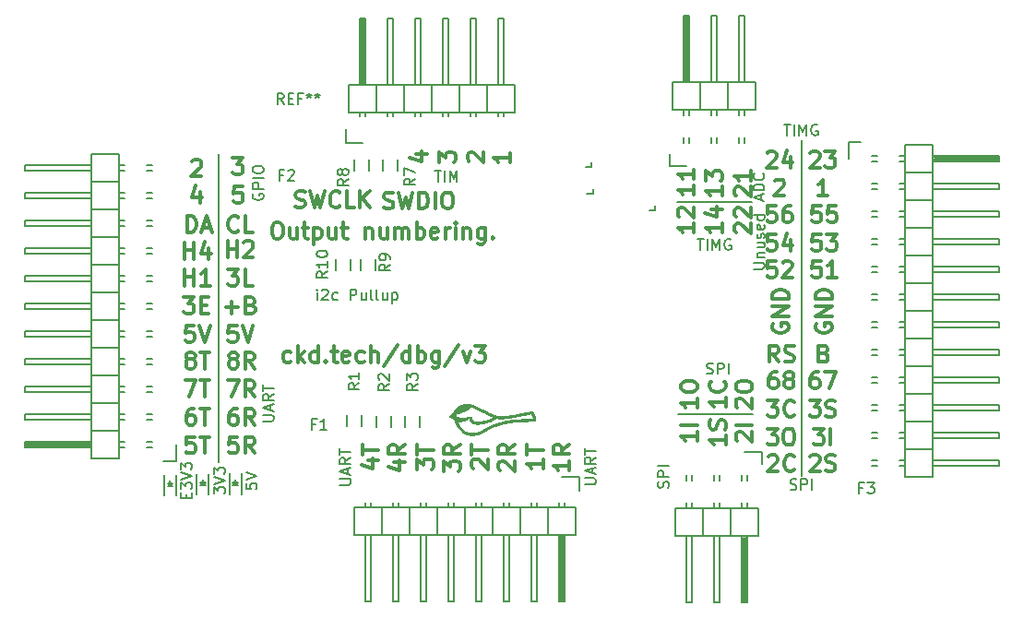
<source format=gto>
G04 #@! TF.FileFunction,Legend,Top*
%FSLAX46Y46*%
G04 Gerber Fmt 4.6, Leading zero omitted, Abs format (unit mm)*
G04 Created by KiCad (PCBNEW 4.0.1-stable) date Friday, March 04, 2016 'PMt' 07:11:30 PM*
%MOMM*%
G01*
G04 APERTURE LIST*
%ADD10C,0.100000*%
%ADD11C,0.300000*%
%ADD12C,0.175000*%
%ADD13C,0.150000*%
%ADD14C,0.200000*%
%ADD15C,0.010000*%
G04 APERTURE END LIST*
D10*
D11*
X122301143Y-103396171D02*
X122301143Y-101896171D01*
X122301143Y-102610457D02*
X123158286Y-102610457D01*
X123158286Y-103396171D02*
X123158286Y-101896171D01*
X124515429Y-102396171D02*
X124515429Y-103396171D01*
X124158286Y-101824743D02*
X123801143Y-102896171D01*
X124729715Y-102896171D01*
X126263543Y-103243771D02*
X126263543Y-101743771D01*
X126263543Y-102458057D02*
X127120686Y-102458057D01*
X127120686Y-103243771D02*
X127120686Y-101743771D01*
X127763543Y-101886629D02*
X127834972Y-101815200D01*
X127977829Y-101743771D01*
X128334972Y-101743771D01*
X128477829Y-101815200D01*
X128549258Y-101886629D01*
X128620686Y-102029486D01*
X128620686Y-102172343D01*
X128549258Y-102386629D01*
X127692115Y-103243771D01*
X128620686Y-103243771D01*
X122301143Y-105834571D02*
X122301143Y-104334571D01*
X122301143Y-105048857D02*
X123158286Y-105048857D01*
X123158286Y-105834571D02*
X123158286Y-104334571D01*
X124658286Y-105834571D02*
X123801143Y-105834571D01*
X124229715Y-105834571D02*
X124229715Y-104334571D01*
X124086858Y-104548857D01*
X123944000Y-104691714D01*
X123801143Y-104763143D01*
X143544171Y-93734285D02*
X144544171Y-93734285D01*
X142972743Y-94091428D02*
X144044171Y-94448571D01*
X144044171Y-93519999D01*
D12*
X169384762Y-101572381D02*
X169956191Y-101572381D01*
X169670476Y-102572381D02*
X169670476Y-101572381D01*
X170289524Y-102572381D02*
X170289524Y-101572381D01*
X170765714Y-102572381D02*
X170765714Y-101572381D01*
X171099048Y-102286667D01*
X171432381Y-101572381D01*
X171432381Y-102572381D01*
X172432381Y-101620000D02*
X172337143Y-101572381D01*
X172194286Y-101572381D01*
X172051428Y-101620000D01*
X171956190Y-101715238D01*
X171908571Y-101810476D01*
X171860952Y-102000952D01*
X171860952Y-102143810D01*
X171908571Y-102334286D01*
X171956190Y-102429524D01*
X172051428Y-102524762D01*
X172194286Y-102572381D01*
X172289524Y-102572381D01*
X172432381Y-102524762D01*
X172480000Y-102477143D01*
X172480000Y-102143810D01*
X172289524Y-102143810D01*
X177354762Y-91042381D02*
X177926191Y-91042381D01*
X177640476Y-92042381D02*
X177640476Y-91042381D01*
X178259524Y-92042381D02*
X178259524Y-91042381D01*
X178735714Y-92042381D02*
X178735714Y-91042381D01*
X179069048Y-91756667D01*
X179402381Y-91042381D01*
X179402381Y-92042381D01*
X180402381Y-91090000D02*
X180307143Y-91042381D01*
X180164286Y-91042381D01*
X180021428Y-91090000D01*
X179926190Y-91185238D01*
X179878571Y-91280476D01*
X179830952Y-91470952D01*
X179830952Y-91613810D01*
X179878571Y-91804286D01*
X179926190Y-91899524D01*
X180021428Y-91994762D01*
X180164286Y-92042381D01*
X180259524Y-92042381D01*
X180402381Y-91994762D01*
X180450000Y-91947143D01*
X180450000Y-91613810D01*
X180259524Y-91613810D01*
X175236667Y-98008095D02*
X175236667Y-97531904D01*
X175522381Y-98103333D02*
X174522381Y-97770000D01*
X175522381Y-97436666D01*
X175522381Y-97103333D02*
X174522381Y-97103333D01*
X174522381Y-96865238D01*
X174570000Y-96722380D01*
X174665238Y-96627142D01*
X174760476Y-96579523D01*
X174950952Y-96531904D01*
X175093810Y-96531904D01*
X175284286Y-96579523D01*
X175379524Y-96627142D01*
X175474762Y-96722380D01*
X175522381Y-96865238D01*
X175522381Y-97103333D01*
X175427143Y-95531904D02*
X175474762Y-95579523D01*
X175522381Y-95722380D01*
X175522381Y-95817618D01*
X175474762Y-95960476D01*
X175379524Y-96055714D01*
X175284286Y-96103333D01*
X175093810Y-96150952D01*
X174950952Y-96150952D01*
X174760476Y-96103333D01*
X174665238Y-96055714D01*
X174570000Y-95960476D01*
X174522381Y-95817618D01*
X174522381Y-95722380D01*
X174570000Y-95579523D01*
X174617619Y-95531904D01*
X174532381Y-104306191D02*
X175341905Y-104306191D01*
X175437143Y-104258572D01*
X175484762Y-104210953D01*
X175532381Y-104115715D01*
X175532381Y-103925238D01*
X175484762Y-103830000D01*
X175437143Y-103782381D01*
X175341905Y-103734762D01*
X174532381Y-103734762D01*
X174865714Y-103258572D02*
X175532381Y-103258572D01*
X174960952Y-103258572D02*
X174913333Y-103210953D01*
X174865714Y-103115715D01*
X174865714Y-102972857D01*
X174913333Y-102877619D01*
X175008571Y-102830000D01*
X175532381Y-102830000D01*
X174865714Y-101925238D02*
X175532381Y-101925238D01*
X174865714Y-102353810D02*
X175389524Y-102353810D01*
X175484762Y-102306191D01*
X175532381Y-102210953D01*
X175532381Y-102068095D01*
X175484762Y-101972857D01*
X175437143Y-101925238D01*
X175484762Y-101496667D02*
X175532381Y-101401429D01*
X175532381Y-101210953D01*
X175484762Y-101115714D01*
X175389524Y-101068095D01*
X175341905Y-101068095D01*
X175246667Y-101115714D01*
X175199048Y-101210953D01*
X175199048Y-101353810D01*
X175151429Y-101449048D01*
X175056190Y-101496667D01*
X175008571Y-101496667D01*
X174913333Y-101449048D01*
X174865714Y-101353810D01*
X174865714Y-101210953D01*
X174913333Y-101115714D01*
X175484762Y-100258571D02*
X175532381Y-100353809D01*
X175532381Y-100544286D01*
X175484762Y-100639524D01*
X175389524Y-100687143D01*
X175008571Y-100687143D01*
X174913333Y-100639524D01*
X174865714Y-100544286D01*
X174865714Y-100353809D01*
X174913333Y-100258571D01*
X175008571Y-100210952D01*
X175103810Y-100210952D01*
X175199048Y-100687143D01*
X175532381Y-99353809D02*
X174532381Y-99353809D01*
X175484762Y-99353809D02*
X175532381Y-99449047D01*
X175532381Y-99639524D01*
X175484762Y-99734762D01*
X175437143Y-99782381D01*
X175341905Y-99830000D01*
X175056190Y-99830000D01*
X174960952Y-99782381D01*
X174913333Y-99734762D01*
X174865714Y-99639524D01*
X174865714Y-99449047D01*
X174913333Y-99353809D01*
X177906191Y-124544762D02*
X178049048Y-124592381D01*
X178287144Y-124592381D01*
X178382382Y-124544762D01*
X178430001Y-124497143D01*
X178477620Y-124401905D01*
X178477620Y-124306667D01*
X178430001Y-124211429D01*
X178382382Y-124163810D01*
X178287144Y-124116190D01*
X178096667Y-124068571D01*
X178001429Y-124020952D01*
X177953810Y-123973333D01*
X177906191Y-123878095D01*
X177906191Y-123782857D01*
X177953810Y-123687619D01*
X178001429Y-123640000D01*
X178096667Y-123592381D01*
X178334763Y-123592381D01*
X178477620Y-123640000D01*
X178906191Y-124592381D02*
X178906191Y-123592381D01*
X179287144Y-123592381D01*
X179382382Y-123640000D01*
X179430001Y-123687619D01*
X179477620Y-123782857D01*
X179477620Y-123925714D01*
X179430001Y-124020952D01*
X179382382Y-124068571D01*
X179287144Y-124116190D01*
X178906191Y-124116190D01*
X179906191Y-124592381D02*
X179906191Y-123592381D01*
X170236191Y-113904762D02*
X170379048Y-113952381D01*
X170617144Y-113952381D01*
X170712382Y-113904762D01*
X170760001Y-113857143D01*
X170807620Y-113761905D01*
X170807620Y-113666667D01*
X170760001Y-113571429D01*
X170712382Y-113523810D01*
X170617144Y-113476190D01*
X170426667Y-113428571D01*
X170331429Y-113380952D01*
X170283810Y-113333333D01*
X170236191Y-113238095D01*
X170236191Y-113142857D01*
X170283810Y-113047619D01*
X170331429Y-113000000D01*
X170426667Y-112952381D01*
X170664763Y-112952381D01*
X170807620Y-113000000D01*
X171236191Y-113952381D02*
X171236191Y-112952381D01*
X171617144Y-112952381D01*
X171712382Y-113000000D01*
X171760001Y-113047619D01*
X171807620Y-113142857D01*
X171807620Y-113285714D01*
X171760001Y-113380952D01*
X171712382Y-113428571D01*
X171617144Y-113476190D01*
X171236191Y-113476190D01*
X172236191Y-113952381D02*
X172236191Y-112952381D01*
X166704762Y-124403809D02*
X166752381Y-124260952D01*
X166752381Y-124022856D01*
X166704762Y-123927618D01*
X166657143Y-123879999D01*
X166561905Y-123832380D01*
X166466667Y-123832380D01*
X166371429Y-123879999D01*
X166323810Y-123927618D01*
X166276190Y-124022856D01*
X166228571Y-124213333D01*
X166180952Y-124308571D01*
X166133333Y-124356190D01*
X166038095Y-124403809D01*
X165942857Y-124403809D01*
X165847619Y-124356190D01*
X165800000Y-124308571D01*
X165752381Y-124213333D01*
X165752381Y-123975237D01*
X165800000Y-123832380D01*
X166752381Y-123403809D02*
X165752381Y-123403809D01*
X165752381Y-123022856D01*
X165800000Y-122927618D01*
X165847619Y-122879999D01*
X165942857Y-122832380D01*
X166085714Y-122832380D01*
X166180952Y-122879999D01*
X166228571Y-122927618D01*
X166276190Y-123022856D01*
X166276190Y-123403809D01*
X166752381Y-122403809D02*
X165752381Y-122403809D01*
X159052381Y-124085238D02*
X159861905Y-124085238D01*
X159957143Y-124037619D01*
X160004762Y-123990000D01*
X160052381Y-123894762D01*
X160052381Y-123704285D01*
X160004762Y-123609047D01*
X159957143Y-123561428D01*
X159861905Y-123513809D01*
X159052381Y-123513809D01*
X159766667Y-123085238D02*
X159766667Y-122609047D01*
X160052381Y-123180476D02*
X159052381Y-122847143D01*
X160052381Y-122513809D01*
X160052381Y-121609047D02*
X159576190Y-121942381D01*
X160052381Y-122180476D02*
X159052381Y-122180476D01*
X159052381Y-121799523D01*
X159100000Y-121704285D01*
X159147619Y-121656666D01*
X159242857Y-121609047D01*
X159385714Y-121609047D01*
X159480952Y-121656666D01*
X159528571Y-121704285D01*
X159576190Y-121799523D01*
X159576190Y-122180476D01*
X159052381Y-121323333D02*
X159052381Y-120751904D01*
X160052381Y-121037619D02*
X159052381Y-121037619D01*
X136562381Y-124125238D02*
X137371905Y-124125238D01*
X137467143Y-124077619D01*
X137514762Y-124030000D01*
X137562381Y-123934762D01*
X137562381Y-123744285D01*
X137514762Y-123649047D01*
X137467143Y-123601428D01*
X137371905Y-123553809D01*
X136562381Y-123553809D01*
X137276667Y-123125238D02*
X137276667Y-122649047D01*
X137562381Y-123220476D02*
X136562381Y-122887143D01*
X137562381Y-122553809D01*
X137562381Y-121649047D02*
X137086190Y-121982381D01*
X137562381Y-122220476D02*
X136562381Y-122220476D01*
X136562381Y-121839523D01*
X136610000Y-121744285D01*
X136657619Y-121696666D01*
X136752857Y-121649047D01*
X136895714Y-121649047D01*
X136990952Y-121696666D01*
X137038571Y-121744285D01*
X137086190Y-121839523D01*
X137086190Y-122220476D01*
X136562381Y-121363333D02*
X136562381Y-120791904D01*
X137562381Y-121077619D02*
X136562381Y-121077619D01*
X129502381Y-118295238D02*
X130311905Y-118295238D01*
X130407143Y-118247619D01*
X130454762Y-118200000D01*
X130502381Y-118104762D01*
X130502381Y-117914285D01*
X130454762Y-117819047D01*
X130407143Y-117771428D01*
X130311905Y-117723809D01*
X129502381Y-117723809D01*
X130216667Y-117295238D02*
X130216667Y-116819047D01*
X130502381Y-117390476D02*
X129502381Y-117057143D01*
X130502381Y-116723809D01*
X130502381Y-115819047D02*
X130026190Y-116152381D01*
X130502381Y-116390476D02*
X129502381Y-116390476D01*
X129502381Y-116009523D01*
X129550000Y-115914285D01*
X129597619Y-115866666D01*
X129692857Y-115819047D01*
X129835714Y-115819047D01*
X129930952Y-115866666D01*
X129978571Y-115914285D01*
X130026190Y-116009523D01*
X130026190Y-116390476D01*
X129502381Y-115533333D02*
X129502381Y-114961904D01*
X130502381Y-115247619D02*
X129502381Y-115247619D01*
X145284762Y-95302381D02*
X145856191Y-95302381D01*
X145570476Y-96302381D02*
X145570476Y-95302381D01*
X146189524Y-96302381D02*
X146189524Y-95302381D01*
X146665714Y-96302381D02*
X146665714Y-95302381D01*
X146999048Y-96016667D01*
X147332381Y-95302381D01*
X147332381Y-96302381D01*
X128620000Y-97429999D02*
X128572381Y-97525237D01*
X128572381Y-97668094D01*
X128620000Y-97810952D01*
X128715238Y-97906190D01*
X128810476Y-97953809D01*
X129000952Y-98001428D01*
X129143810Y-98001428D01*
X129334286Y-97953809D01*
X129429524Y-97906190D01*
X129524762Y-97810952D01*
X129572381Y-97668094D01*
X129572381Y-97572856D01*
X129524762Y-97429999D01*
X129477143Y-97382380D01*
X129143810Y-97382380D01*
X129143810Y-97572856D01*
X129572381Y-96953809D02*
X128572381Y-96953809D01*
X128572381Y-96572856D01*
X128620000Y-96477618D01*
X128667619Y-96429999D01*
X128762857Y-96382380D01*
X128905714Y-96382380D01*
X129000952Y-96429999D01*
X129048571Y-96477618D01*
X129096190Y-96572856D01*
X129096190Y-96953809D01*
X129572381Y-95953809D02*
X128572381Y-95953809D01*
X128572381Y-95287143D02*
X128572381Y-95096666D01*
X128620000Y-95001428D01*
X128715238Y-94906190D01*
X128905714Y-94858571D01*
X129239048Y-94858571D01*
X129429524Y-94906190D01*
X129524762Y-95001428D01*
X129572381Y-95096666D01*
X129572381Y-95287143D01*
X129524762Y-95382381D01*
X129429524Y-95477619D01*
X129239048Y-95525238D01*
X128905714Y-95525238D01*
X128715238Y-95477619D01*
X128620000Y-95382381D01*
X128572381Y-95287143D01*
D11*
X126084972Y-107853943D02*
X127227829Y-107853943D01*
X126656400Y-108425371D02*
X126656400Y-107282514D01*
X128442115Y-107639657D02*
X128656401Y-107711086D01*
X128727829Y-107782514D01*
X128799258Y-107925371D01*
X128799258Y-108139657D01*
X128727829Y-108282514D01*
X128656401Y-108353943D01*
X128513543Y-108425371D01*
X127942115Y-108425371D01*
X127942115Y-106925371D01*
X128442115Y-106925371D01*
X128584972Y-106996800D01*
X128656401Y-107068229D01*
X128727829Y-107211086D01*
X128727829Y-107353943D01*
X128656401Y-107496800D01*
X128584972Y-107568229D01*
X128442115Y-107639657D01*
X127942115Y-107639657D01*
X126299258Y-104334571D02*
X127227829Y-104334571D01*
X126727829Y-104906000D01*
X126942115Y-104906000D01*
X127084972Y-104977429D01*
X127156401Y-105048857D01*
X127227829Y-105191714D01*
X127227829Y-105548857D01*
X127156401Y-105691714D01*
X127084972Y-105763143D01*
X126942115Y-105834571D01*
X126513543Y-105834571D01*
X126370686Y-105763143D01*
X126299258Y-105691714D01*
X128584972Y-105834571D02*
X127870686Y-105834571D01*
X127870686Y-104334571D01*
D12*
X134483333Y-107172381D02*
X134483333Y-106505714D01*
X134483333Y-106172381D02*
X134435714Y-106220000D01*
X134483333Y-106267619D01*
X134530952Y-106220000D01*
X134483333Y-106172381D01*
X134483333Y-106267619D01*
X134911904Y-106267619D02*
X134959523Y-106220000D01*
X135054761Y-106172381D01*
X135292857Y-106172381D01*
X135388095Y-106220000D01*
X135435714Y-106267619D01*
X135483333Y-106362857D01*
X135483333Y-106458095D01*
X135435714Y-106600952D01*
X134864285Y-107172381D01*
X135483333Y-107172381D01*
X136340476Y-107124762D02*
X136245238Y-107172381D01*
X136054761Y-107172381D01*
X135959523Y-107124762D01*
X135911904Y-107077143D01*
X135864285Y-106981905D01*
X135864285Y-106696190D01*
X135911904Y-106600952D01*
X135959523Y-106553333D01*
X136054761Y-106505714D01*
X136245238Y-106505714D01*
X136340476Y-106553333D01*
X137530952Y-107172381D02*
X137530952Y-106172381D01*
X137911905Y-106172381D01*
X138007143Y-106220000D01*
X138054762Y-106267619D01*
X138102381Y-106362857D01*
X138102381Y-106505714D01*
X138054762Y-106600952D01*
X138007143Y-106648571D01*
X137911905Y-106696190D01*
X137530952Y-106696190D01*
X138959524Y-106505714D02*
X138959524Y-107172381D01*
X138530952Y-106505714D02*
X138530952Y-107029524D01*
X138578571Y-107124762D01*
X138673809Y-107172381D01*
X138816667Y-107172381D01*
X138911905Y-107124762D01*
X138959524Y-107077143D01*
X139578571Y-107172381D02*
X139483333Y-107124762D01*
X139435714Y-107029524D01*
X139435714Y-106172381D01*
X140102381Y-107172381D02*
X140007143Y-107124762D01*
X139959524Y-107029524D01*
X139959524Y-106172381D01*
X140911906Y-106505714D02*
X140911906Y-107172381D01*
X140483334Y-106505714D02*
X140483334Y-107029524D01*
X140530953Y-107124762D01*
X140626191Y-107172381D01*
X140769049Y-107172381D01*
X140864287Y-107124762D01*
X140911906Y-107077143D01*
X141388096Y-106505714D02*
X141388096Y-107505714D01*
X141388096Y-106553333D02*
X141483334Y-106505714D01*
X141673811Y-106505714D01*
X141769049Y-106553333D01*
X141816668Y-106600952D01*
X141864287Y-106696190D01*
X141864287Y-106981905D01*
X141816668Y-107077143D01*
X141769049Y-107124762D01*
X141673811Y-107172381D01*
X141483334Y-107172381D01*
X141388096Y-107124762D01*
D11*
X130698571Y-100038571D02*
X130984285Y-100038571D01*
X131127143Y-100110000D01*
X131270000Y-100252857D01*
X131341428Y-100538571D01*
X131341428Y-101038571D01*
X131270000Y-101324286D01*
X131127143Y-101467143D01*
X130984285Y-101538571D01*
X130698571Y-101538571D01*
X130555714Y-101467143D01*
X130412857Y-101324286D01*
X130341428Y-101038571D01*
X130341428Y-100538571D01*
X130412857Y-100252857D01*
X130555714Y-100110000D01*
X130698571Y-100038571D01*
X132627143Y-100538571D02*
X132627143Y-101538571D01*
X131984286Y-100538571D02*
X131984286Y-101324286D01*
X132055714Y-101467143D01*
X132198572Y-101538571D01*
X132412857Y-101538571D01*
X132555714Y-101467143D01*
X132627143Y-101395714D01*
X133127143Y-100538571D02*
X133698572Y-100538571D01*
X133341429Y-100038571D02*
X133341429Y-101324286D01*
X133412857Y-101467143D01*
X133555715Y-101538571D01*
X133698572Y-101538571D01*
X134198572Y-100538571D02*
X134198572Y-102038571D01*
X134198572Y-100610000D02*
X134341429Y-100538571D01*
X134627143Y-100538571D01*
X134770000Y-100610000D01*
X134841429Y-100681429D01*
X134912858Y-100824286D01*
X134912858Y-101252857D01*
X134841429Y-101395714D01*
X134770000Y-101467143D01*
X134627143Y-101538571D01*
X134341429Y-101538571D01*
X134198572Y-101467143D01*
X136198572Y-100538571D02*
X136198572Y-101538571D01*
X135555715Y-100538571D02*
X135555715Y-101324286D01*
X135627143Y-101467143D01*
X135770001Y-101538571D01*
X135984286Y-101538571D01*
X136127143Y-101467143D01*
X136198572Y-101395714D01*
X136698572Y-100538571D02*
X137270001Y-100538571D01*
X136912858Y-100038571D02*
X136912858Y-101324286D01*
X136984286Y-101467143D01*
X137127144Y-101538571D01*
X137270001Y-101538571D01*
X138912858Y-100538571D02*
X138912858Y-101538571D01*
X138912858Y-100681429D02*
X138984286Y-100610000D01*
X139127144Y-100538571D01*
X139341429Y-100538571D01*
X139484286Y-100610000D01*
X139555715Y-100752857D01*
X139555715Y-101538571D01*
X140912858Y-100538571D02*
X140912858Y-101538571D01*
X140270001Y-100538571D02*
X140270001Y-101324286D01*
X140341429Y-101467143D01*
X140484287Y-101538571D01*
X140698572Y-101538571D01*
X140841429Y-101467143D01*
X140912858Y-101395714D01*
X141627144Y-101538571D02*
X141627144Y-100538571D01*
X141627144Y-100681429D02*
X141698572Y-100610000D01*
X141841430Y-100538571D01*
X142055715Y-100538571D01*
X142198572Y-100610000D01*
X142270001Y-100752857D01*
X142270001Y-101538571D01*
X142270001Y-100752857D02*
X142341430Y-100610000D01*
X142484287Y-100538571D01*
X142698572Y-100538571D01*
X142841430Y-100610000D01*
X142912858Y-100752857D01*
X142912858Y-101538571D01*
X143627144Y-101538571D02*
X143627144Y-100038571D01*
X143627144Y-100610000D02*
X143770001Y-100538571D01*
X144055715Y-100538571D01*
X144198572Y-100610000D01*
X144270001Y-100681429D01*
X144341430Y-100824286D01*
X144341430Y-101252857D01*
X144270001Y-101395714D01*
X144198572Y-101467143D01*
X144055715Y-101538571D01*
X143770001Y-101538571D01*
X143627144Y-101467143D01*
X145555715Y-101467143D02*
X145412858Y-101538571D01*
X145127144Y-101538571D01*
X144984287Y-101467143D01*
X144912858Y-101324286D01*
X144912858Y-100752857D01*
X144984287Y-100610000D01*
X145127144Y-100538571D01*
X145412858Y-100538571D01*
X145555715Y-100610000D01*
X145627144Y-100752857D01*
X145627144Y-100895714D01*
X144912858Y-101038571D01*
X146270001Y-101538571D02*
X146270001Y-100538571D01*
X146270001Y-100824286D02*
X146341429Y-100681429D01*
X146412858Y-100610000D01*
X146555715Y-100538571D01*
X146698572Y-100538571D01*
X147198572Y-101538571D02*
X147198572Y-100538571D01*
X147198572Y-100038571D02*
X147127143Y-100110000D01*
X147198572Y-100181429D01*
X147270000Y-100110000D01*
X147198572Y-100038571D01*
X147198572Y-100181429D01*
X147912858Y-100538571D02*
X147912858Y-101538571D01*
X147912858Y-100681429D02*
X147984286Y-100610000D01*
X148127144Y-100538571D01*
X148341429Y-100538571D01*
X148484286Y-100610000D01*
X148555715Y-100752857D01*
X148555715Y-101538571D01*
X149912858Y-100538571D02*
X149912858Y-101752857D01*
X149841429Y-101895714D01*
X149770001Y-101967143D01*
X149627144Y-102038571D01*
X149412858Y-102038571D01*
X149270001Y-101967143D01*
X149912858Y-101467143D02*
X149770001Y-101538571D01*
X149484287Y-101538571D01*
X149341429Y-101467143D01*
X149270001Y-101395714D01*
X149198572Y-101252857D01*
X149198572Y-100824286D01*
X149270001Y-100681429D01*
X149341429Y-100610000D01*
X149484287Y-100538571D01*
X149770001Y-100538571D01*
X149912858Y-100610000D01*
X150627144Y-101395714D02*
X150698572Y-101467143D01*
X150627144Y-101538571D01*
X150555715Y-101467143D01*
X150627144Y-101395714D01*
X150627144Y-101538571D01*
X132068571Y-112807143D02*
X131925714Y-112878571D01*
X131640000Y-112878571D01*
X131497142Y-112807143D01*
X131425714Y-112735714D01*
X131354285Y-112592857D01*
X131354285Y-112164286D01*
X131425714Y-112021429D01*
X131497142Y-111950000D01*
X131640000Y-111878571D01*
X131925714Y-111878571D01*
X132068571Y-111950000D01*
X132711428Y-112878571D02*
X132711428Y-111378571D01*
X132854285Y-112307143D02*
X133282856Y-112878571D01*
X133282856Y-111878571D02*
X132711428Y-112450000D01*
X134568571Y-112878571D02*
X134568571Y-111378571D01*
X134568571Y-112807143D02*
X134425714Y-112878571D01*
X134140000Y-112878571D01*
X133997142Y-112807143D01*
X133925714Y-112735714D01*
X133854285Y-112592857D01*
X133854285Y-112164286D01*
X133925714Y-112021429D01*
X133997142Y-111950000D01*
X134140000Y-111878571D01*
X134425714Y-111878571D01*
X134568571Y-111950000D01*
X135282857Y-112735714D02*
X135354285Y-112807143D01*
X135282857Y-112878571D01*
X135211428Y-112807143D01*
X135282857Y-112735714D01*
X135282857Y-112878571D01*
X135782857Y-111878571D02*
X136354286Y-111878571D01*
X135997143Y-111378571D02*
X135997143Y-112664286D01*
X136068571Y-112807143D01*
X136211429Y-112878571D01*
X136354286Y-112878571D01*
X137425714Y-112807143D02*
X137282857Y-112878571D01*
X136997143Y-112878571D01*
X136854286Y-112807143D01*
X136782857Y-112664286D01*
X136782857Y-112092857D01*
X136854286Y-111950000D01*
X136997143Y-111878571D01*
X137282857Y-111878571D01*
X137425714Y-111950000D01*
X137497143Y-112092857D01*
X137497143Y-112235714D01*
X136782857Y-112378571D01*
X138782857Y-112807143D02*
X138640000Y-112878571D01*
X138354286Y-112878571D01*
X138211428Y-112807143D01*
X138140000Y-112735714D01*
X138068571Y-112592857D01*
X138068571Y-112164286D01*
X138140000Y-112021429D01*
X138211428Y-111950000D01*
X138354286Y-111878571D01*
X138640000Y-111878571D01*
X138782857Y-111950000D01*
X139425714Y-112878571D02*
X139425714Y-111378571D01*
X140068571Y-112878571D02*
X140068571Y-112092857D01*
X139997142Y-111950000D01*
X139854285Y-111878571D01*
X139640000Y-111878571D01*
X139497142Y-111950000D01*
X139425714Y-112021429D01*
X141854285Y-111307143D02*
X140568571Y-113235714D01*
X142997143Y-112878571D02*
X142997143Y-111378571D01*
X142997143Y-112807143D02*
X142854286Y-112878571D01*
X142568572Y-112878571D01*
X142425714Y-112807143D01*
X142354286Y-112735714D01*
X142282857Y-112592857D01*
X142282857Y-112164286D01*
X142354286Y-112021429D01*
X142425714Y-111950000D01*
X142568572Y-111878571D01*
X142854286Y-111878571D01*
X142997143Y-111950000D01*
X143711429Y-112878571D02*
X143711429Y-111378571D01*
X143711429Y-111950000D02*
X143854286Y-111878571D01*
X144140000Y-111878571D01*
X144282857Y-111950000D01*
X144354286Y-112021429D01*
X144425715Y-112164286D01*
X144425715Y-112592857D01*
X144354286Y-112735714D01*
X144282857Y-112807143D01*
X144140000Y-112878571D01*
X143854286Y-112878571D01*
X143711429Y-112807143D01*
X145711429Y-111878571D02*
X145711429Y-113092857D01*
X145640000Y-113235714D01*
X145568572Y-113307143D01*
X145425715Y-113378571D01*
X145211429Y-113378571D01*
X145068572Y-113307143D01*
X145711429Y-112807143D02*
X145568572Y-112878571D01*
X145282858Y-112878571D01*
X145140000Y-112807143D01*
X145068572Y-112735714D01*
X144997143Y-112592857D01*
X144997143Y-112164286D01*
X145068572Y-112021429D01*
X145140000Y-111950000D01*
X145282858Y-111878571D01*
X145568572Y-111878571D01*
X145711429Y-111950000D01*
X147497143Y-111307143D02*
X146211429Y-113235714D01*
X147854287Y-111878571D02*
X148211430Y-112878571D01*
X148568572Y-111878571D01*
X148997144Y-111378571D02*
X149925715Y-111378571D01*
X149425715Y-111950000D01*
X149640001Y-111950000D01*
X149782858Y-112021429D01*
X149854287Y-112092857D01*
X149925715Y-112235714D01*
X149925715Y-112592857D01*
X149854287Y-112735714D01*
X149782858Y-112807143D01*
X149640001Y-112878571D01*
X149211429Y-112878571D01*
X149068572Y-112807143D01*
X148997144Y-112735714D01*
D13*
X122458571Y-125335238D02*
X122458571Y-125001904D01*
X122982381Y-124859047D02*
X122982381Y-125335238D01*
X121982381Y-125335238D01*
X121982381Y-124859047D01*
X121982381Y-124525714D02*
X121982381Y-123906666D01*
X122363333Y-124240000D01*
X122363333Y-124097142D01*
X122410952Y-124001904D01*
X122458571Y-123954285D01*
X122553810Y-123906666D01*
X122791905Y-123906666D01*
X122887143Y-123954285D01*
X122934762Y-124001904D01*
X122982381Y-124097142D01*
X122982381Y-124382857D01*
X122934762Y-124478095D01*
X122887143Y-124525714D01*
X121982381Y-123620952D02*
X122982381Y-123287619D01*
X121982381Y-122954285D01*
X121982381Y-122716190D02*
X121982381Y-122097142D01*
X122363333Y-122430476D01*
X122363333Y-122287618D01*
X122410952Y-122192380D01*
X122458571Y-122144761D01*
X122553810Y-122097142D01*
X122791905Y-122097142D01*
X122887143Y-122144761D01*
X122934762Y-122192380D01*
X122982381Y-122287618D01*
X122982381Y-122573333D01*
X122934762Y-122668571D01*
X122887143Y-122716190D01*
X125012381Y-124938095D02*
X125012381Y-124319047D01*
X125393333Y-124652381D01*
X125393333Y-124509523D01*
X125440952Y-124414285D01*
X125488571Y-124366666D01*
X125583810Y-124319047D01*
X125821905Y-124319047D01*
X125917143Y-124366666D01*
X125964762Y-124414285D01*
X126012381Y-124509523D01*
X126012381Y-124795238D01*
X125964762Y-124890476D01*
X125917143Y-124938095D01*
X125012381Y-124033333D02*
X126012381Y-123700000D01*
X125012381Y-123366666D01*
X125012381Y-123128571D02*
X125012381Y-122509523D01*
X125393333Y-122842857D01*
X125393333Y-122699999D01*
X125440952Y-122604761D01*
X125488571Y-122557142D01*
X125583810Y-122509523D01*
X125821905Y-122509523D01*
X125917143Y-122557142D01*
X125964762Y-122604761D01*
X126012381Y-122699999D01*
X126012381Y-122985714D01*
X125964762Y-123080952D01*
X125917143Y-123128571D01*
X127952381Y-124000476D02*
X127952381Y-124476667D01*
X128428571Y-124524286D01*
X128380952Y-124476667D01*
X128333333Y-124381429D01*
X128333333Y-124143333D01*
X128380952Y-124048095D01*
X128428571Y-124000476D01*
X128523810Y-123952857D01*
X128761905Y-123952857D01*
X128857143Y-124000476D01*
X128904762Y-124048095D01*
X128952381Y-124143333D01*
X128952381Y-124381429D01*
X128904762Y-124476667D01*
X128857143Y-124524286D01*
X127952381Y-123667143D02*
X128952381Y-123333810D01*
X127952381Y-123000476D01*
D14*
X167487600Y-98145600D02*
X174345600Y-98145600D01*
D11*
X176579258Y-103572571D02*
X175864972Y-103572571D01*
X175793543Y-104286857D01*
X175864972Y-104215429D01*
X176007829Y-104144000D01*
X176364972Y-104144000D01*
X176507829Y-104215429D01*
X176579258Y-104286857D01*
X176650686Y-104429714D01*
X176650686Y-104786857D01*
X176579258Y-104929714D01*
X176507829Y-105001143D01*
X176364972Y-105072571D01*
X176007829Y-105072571D01*
X175864972Y-105001143D01*
X175793543Y-104929714D01*
X177222114Y-103715429D02*
X177293543Y-103644000D01*
X177436400Y-103572571D01*
X177793543Y-103572571D01*
X177936400Y-103644000D01*
X178007829Y-103715429D01*
X178079257Y-103858286D01*
X178079257Y-104001143D01*
X178007829Y-104215429D01*
X177150686Y-105072571D01*
X178079257Y-105072571D01*
X180694058Y-103572571D02*
X179979772Y-103572571D01*
X179908343Y-104286857D01*
X179979772Y-104215429D01*
X180122629Y-104144000D01*
X180479772Y-104144000D01*
X180622629Y-104215429D01*
X180694058Y-104286857D01*
X180765486Y-104429714D01*
X180765486Y-104786857D01*
X180694058Y-104929714D01*
X180622629Y-105001143D01*
X180479772Y-105072571D01*
X180122629Y-105072571D01*
X179979772Y-105001143D01*
X179908343Y-104929714D01*
X182194057Y-105072571D02*
X181336914Y-105072571D01*
X181765486Y-105072571D02*
X181765486Y-103572571D01*
X181622629Y-103786857D01*
X181479771Y-103929714D01*
X181336914Y-104001143D01*
X176579258Y-101134171D02*
X175864972Y-101134171D01*
X175793543Y-101848457D01*
X175864972Y-101777029D01*
X176007829Y-101705600D01*
X176364972Y-101705600D01*
X176507829Y-101777029D01*
X176579258Y-101848457D01*
X176650686Y-101991314D01*
X176650686Y-102348457D01*
X176579258Y-102491314D01*
X176507829Y-102562743D01*
X176364972Y-102634171D01*
X176007829Y-102634171D01*
X175864972Y-102562743D01*
X175793543Y-102491314D01*
X177936400Y-101634171D02*
X177936400Y-102634171D01*
X177579257Y-101062743D02*
X177222114Y-102134171D01*
X178150686Y-102134171D01*
X180694058Y-101134171D02*
X179979772Y-101134171D01*
X179908343Y-101848457D01*
X179979772Y-101777029D01*
X180122629Y-101705600D01*
X180479772Y-101705600D01*
X180622629Y-101777029D01*
X180694058Y-101848457D01*
X180765486Y-101991314D01*
X180765486Y-102348457D01*
X180694058Y-102491314D01*
X180622629Y-102562743D01*
X180479772Y-102634171D01*
X180122629Y-102634171D01*
X179979772Y-102562743D01*
X179908343Y-102491314D01*
X181265486Y-101134171D02*
X182194057Y-101134171D01*
X181694057Y-101705600D01*
X181908343Y-101705600D01*
X182051200Y-101777029D01*
X182122629Y-101848457D01*
X182194057Y-101991314D01*
X182194057Y-102348457D01*
X182122629Y-102491314D01*
X182051200Y-102562743D01*
X181908343Y-102634171D01*
X181479771Y-102634171D01*
X181336914Y-102562743D01*
X181265486Y-102491314D01*
X176579258Y-98543371D02*
X175864972Y-98543371D01*
X175793543Y-99257657D01*
X175864972Y-99186229D01*
X176007829Y-99114800D01*
X176364972Y-99114800D01*
X176507829Y-99186229D01*
X176579258Y-99257657D01*
X176650686Y-99400514D01*
X176650686Y-99757657D01*
X176579258Y-99900514D01*
X176507829Y-99971943D01*
X176364972Y-100043371D01*
X176007829Y-100043371D01*
X175864972Y-99971943D01*
X175793543Y-99900514D01*
X177936400Y-98543371D02*
X177650686Y-98543371D01*
X177507829Y-98614800D01*
X177436400Y-98686229D01*
X177293543Y-98900514D01*
X177222114Y-99186229D01*
X177222114Y-99757657D01*
X177293543Y-99900514D01*
X177364971Y-99971943D01*
X177507829Y-100043371D01*
X177793543Y-100043371D01*
X177936400Y-99971943D01*
X178007829Y-99900514D01*
X178079257Y-99757657D01*
X178079257Y-99400514D01*
X178007829Y-99257657D01*
X177936400Y-99186229D01*
X177793543Y-99114800D01*
X177507829Y-99114800D01*
X177364971Y-99186229D01*
X177293543Y-99257657D01*
X177222114Y-99400514D01*
X180694058Y-98543371D02*
X179979772Y-98543371D01*
X179908343Y-99257657D01*
X179979772Y-99186229D01*
X180122629Y-99114800D01*
X180479772Y-99114800D01*
X180622629Y-99186229D01*
X180694058Y-99257657D01*
X180765486Y-99400514D01*
X180765486Y-99757657D01*
X180694058Y-99900514D01*
X180622629Y-99971943D01*
X180479772Y-100043371D01*
X180122629Y-100043371D01*
X179979772Y-99971943D01*
X179908343Y-99900514D01*
X182122629Y-98543371D02*
X181408343Y-98543371D01*
X181336914Y-99257657D01*
X181408343Y-99186229D01*
X181551200Y-99114800D01*
X181908343Y-99114800D01*
X182051200Y-99186229D01*
X182122629Y-99257657D01*
X182194057Y-99400514D01*
X182194057Y-99757657D01*
X182122629Y-99900514D01*
X182051200Y-99971943D01*
X181908343Y-100043371D01*
X181551200Y-100043371D01*
X181408343Y-99971943D01*
X181336914Y-99900514D01*
X176507829Y-96247829D02*
X176579258Y-96176400D01*
X176722115Y-96104971D01*
X177079258Y-96104971D01*
X177222115Y-96176400D01*
X177293544Y-96247829D01*
X177364972Y-96390686D01*
X177364972Y-96533543D01*
X177293544Y-96747829D01*
X176436401Y-97604971D01*
X177364972Y-97604971D01*
X181327372Y-97604971D02*
X180470229Y-97604971D01*
X180898801Y-97604971D02*
X180898801Y-96104971D01*
X180755944Y-96319257D01*
X180613086Y-96462114D01*
X180470229Y-96533543D01*
X175793543Y-93657029D02*
X175864972Y-93585600D01*
X176007829Y-93514171D01*
X176364972Y-93514171D01*
X176507829Y-93585600D01*
X176579258Y-93657029D01*
X176650686Y-93799886D01*
X176650686Y-93942743D01*
X176579258Y-94157029D01*
X175722115Y-95014171D01*
X176650686Y-95014171D01*
X177936400Y-94014171D02*
X177936400Y-95014171D01*
X177579257Y-93442743D02*
X177222114Y-94514171D01*
X178150686Y-94514171D01*
X179755943Y-93657029D02*
X179827372Y-93585600D01*
X179970229Y-93514171D01*
X180327372Y-93514171D01*
X180470229Y-93585600D01*
X180541658Y-93657029D01*
X180613086Y-93799886D01*
X180613086Y-93942743D01*
X180541658Y-94157029D01*
X179684515Y-95014171D01*
X180613086Y-95014171D01*
X181113086Y-93514171D02*
X182041657Y-93514171D01*
X181541657Y-94085600D01*
X181755943Y-94085600D01*
X181898800Y-94157029D01*
X181970229Y-94228457D01*
X182041657Y-94371314D01*
X182041657Y-94728457D01*
X181970229Y-94871314D01*
X181898800Y-94942743D01*
X181755943Y-95014171D01*
X181327371Y-95014171D01*
X181184514Y-94942743D01*
X181113086Y-94871314D01*
X172905029Y-100964857D02*
X172833600Y-100893428D01*
X172762171Y-100750571D01*
X172762171Y-100393428D01*
X172833600Y-100250571D01*
X172905029Y-100179142D01*
X173047886Y-100107714D01*
X173190743Y-100107714D01*
X173405029Y-100179142D01*
X174262171Y-101036285D01*
X174262171Y-100107714D01*
X172905029Y-99536286D02*
X172833600Y-99464857D01*
X172762171Y-99322000D01*
X172762171Y-98964857D01*
X172833600Y-98822000D01*
X172905029Y-98750571D01*
X173047886Y-98679143D01*
X173190743Y-98679143D01*
X173405029Y-98750571D01*
X174262171Y-99607714D01*
X174262171Y-98679143D01*
X172905029Y-97612057D02*
X172833600Y-97540628D01*
X172762171Y-97397771D01*
X172762171Y-97040628D01*
X172833600Y-96897771D01*
X172905029Y-96826342D01*
X173047886Y-96754914D01*
X173190743Y-96754914D01*
X173405029Y-96826342D01*
X174262171Y-97683485D01*
X174262171Y-96754914D01*
X174262171Y-95326343D02*
X174262171Y-96183486D01*
X174262171Y-95754914D02*
X172762171Y-95754914D01*
X172976457Y-95897771D01*
X173119314Y-96040629D01*
X173190743Y-96183486D01*
X171671371Y-100107714D02*
X171671371Y-100964857D01*
X171671371Y-100536285D02*
X170171371Y-100536285D01*
X170385657Y-100679142D01*
X170528514Y-100822000D01*
X170599943Y-100964857D01*
X170671371Y-98822000D02*
X171671371Y-98822000D01*
X170099943Y-99179143D02*
X171171371Y-99536286D01*
X171171371Y-98607714D01*
X171671371Y-96754914D02*
X171671371Y-97612057D01*
X171671371Y-97183485D02*
X170171371Y-97183485D01*
X170385657Y-97326342D01*
X170528514Y-97469200D01*
X170599943Y-97612057D01*
X170171371Y-96254914D02*
X170171371Y-95326343D01*
X170742800Y-95826343D01*
X170742800Y-95612057D01*
X170814229Y-95469200D01*
X170885657Y-95397771D01*
X171028514Y-95326343D01*
X171385657Y-95326343D01*
X171528514Y-95397771D01*
X171599943Y-95469200D01*
X171671371Y-95612057D01*
X171671371Y-96040629D01*
X171599943Y-96183486D01*
X171528514Y-96254914D01*
X169080571Y-100107714D02*
X169080571Y-100964857D01*
X169080571Y-100536285D02*
X167580571Y-100536285D01*
X167794857Y-100679142D01*
X167937714Y-100822000D01*
X168009143Y-100964857D01*
X167723429Y-99536286D02*
X167652000Y-99464857D01*
X167580571Y-99322000D01*
X167580571Y-98964857D01*
X167652000Y-98822000D01*
X167723429Y-98750571D01*
X167866286Y-98679143D01*
X168009143Y-98679143D01*
X168223429Y-98750571D01*
X169080571Y-99607714D01*
X169080571Y-98679143D01*
X169080571Y-96602514D02*
X169080571Y-97459657D01*
X169080571Y-97031085D02*
X167580571Y-97031085D01*
X167794857Y-97173942D01*
X167937714Y-97316800D01*
X168009143Y-97459657D01*
X169080571Y-95173943D02*
X169080571Y-96031086D01*
X169080571Y-95602514D02*
X167580571Y-95602514D01*
X167794857Y-95745371D01*
X167937714Y-95888229D01*
X168009143Y-96031086D01*
X176338800Y-109346857D02*
X176267371Y-109489714D01*
X176267371Y-109704000D01*
X176338800Y-109918285D01*
X176481657Y-110061143D01*
X176624514Y-110132571D01*
X176910229Y-110204000D01*
X177124514Y-110204000D01*
X177410229Y-110132571D01*
X177553086Y-110061143D01*
X177695943Y-109918285D01*
X177767371Y-109704000D01*
X177767371Y-109561143D01*
X177695943Y-109346857D01*
X177624514Y-109275428D01*
X177124514Y-109275428D01*
X177124514Y-109561143D01*
X177767371Y-108632571D02*
X176267371Y-108632571D01*
X177767371Y-107775428D01*
X176267371Y-107775428D01*
X177767371Y-107061142D02*
X176267371Y-107061142D01*
X176267371Y-106703999D01*
X176338800Y-106489714D01*
X176481657Y-106346856D01*
X176624514Y-106275428D01*
X176910229Y-106203999D01*
X177124514Y-106203999D01*
X177410229Y-106275428D01*
X177553086Y-106346856D01*
X177695943Y-106489714D01*
X177767371Y-106703999D01*
X177767371Y-107061142D01*
X180301200Y-109346857D02*
X180229771Y-109489714D01*
X180229771Y-109704000D01*
X180301200Y-109918285D01*
X180444057Y-110061143D01*
X180586914Y-110132571D01*
X180872629Y-110204000D01*
X181086914Y-110204000D01*
X181372629Y-110132571D01*
X181515486Y-110061143D01*
X181658343Y-109918285D01*
X181729771Y-109704000D01*
X181729771Y-109561143D01*
X181658343Y-109346857D01*
X181586914Y-109275428D01*
X181086914Y-109275428D01*
X181086914Y-109561143D01*
X181729771Y-108632571D02*
X180229771Y-108632571D01*
X181729771Y-107775428D01*
X180229771Y-107775428D01*
X181729771Y-107061142D02*
X180229771Y-107061142D01*
X180229771Y-106703999D01*
X180301200Y-106489714D01*
X180444057Y-106346856D01*
X180586914Y-106275428D01*
X180872629Y-106203999D01*
X181086914Y-106203999D01*
X181372629Y-106275428D01*
X181515486Y-106346856D01*
X181658343Y-106489714D01*
X181729771Y-106703999D01*
X181729771Y-107061142D01*
D14*
X167640000Y-117652800D02*
X174498000Y-117652800D01*
D11*
X176838801Y-112844971D02*
X176338801Y-112130686D01*
X175981658Y-112844971D02*
X175981658Y-111344971D01*
X176553086Y-111344971D01*
X176695944Y-111416400D01*
X176767372Y-111487829D01*
X176838801Y-111630686D01*
X176838801Y-111844971D01*
X176767372Y-111987829D01*
X176695944Y-112059257D01*
X176553086Y-112130686D01*
X175981658Y-112130686D01*
X177410229Y-112773543D02*
X177624515Y-112844971D01*
X177981658Y-112844971D01*
X178124515Y-112773543D01*
X178195944Y-112702114D01*
X178267372Y-112559257D01*
X178267372Y-112416400D01*
X178195944Y-112273543D01*
X178124515Y-112202114D01*
X177981658Y-112130686D01*
X177695944Y-112059257D01*
X177553086Y-111987829D01*
X177481658Y-111916400D01*
X177410229Y-111773543D01*
X177410229Y-111630686D01*
X177481658Y-111487829D01*
X177553086Y-111416400D01*
X177695944Y-111344971D01*
X178053086Y-111344971D01*
X178267372Y-111416400D01*
X181005943Y-112059257D02*
X181220229Y-112130686D01*
X181291657Y-112202114D01*
X181363086Y-112344971D01*
X181363086Y-112559257D01*
X181291657Y-112702114D01*
X181220229Y-112773543D01*
X181077371Y-112844971D01*
X180505943Y-112844971D01*
X180505943Y-111344971D01*
X181005943Y-111344971D01*
X181148800Y-111416400D01*
X181220229Y-111487829D01*
X181291657Y-111630686D01*
X181291657Y-111773543D01*
X181220229Y-111916400D01*
X181148800Y-111987829D01*
X181005943Y-112059257D01*
X180505943Y-112059257D01*
X176660229Y-113783371D02*
X176374515Y-113783371D01*
X176231658Y-113854800D01*
X176160229Y-113926229D01*
X176017372Y-114140514D01*
X175945943Y-114426229D01*
X175945943Y-114997657D01*
X176017372Y-115140514D01*
X176088800Y-115211943D01*
X176231658Y-115283371D01*
X176517372Y-115283371D01*
X176660229Y-115211943D01*
X176731658Y-115140514D01*
X176803086Y-114997657D01*
X176803086Y-114640514D01*
X176731658Y-114497657D01*
X176660229Y-114426229D01*
X176517372Y-114354800D01*
X176231658Y-114354800D01*
X176088800Y-114426229D01*
X176017372Y-114497657D01*
X175945943Y-114640514D01*
X177660229Y-114426229D02*
X177517371Y-114354800D01*
X177445943Y-114283371D01*
X177374514Y-114140514D01*
X177374514Y-114069086D01*
X177445943Y-113926229D01*
X177517371Y-113854800D01*
X177660229Y-113783371D01*
X177945943Y-113783371D01*
X178088800Y-113854800D01*
X178160229Y-113926229D01*
X178231657Y-114069086D01*
X178231657Y-114140514D01*
X178160229Y-114283371D01*
X178088800Y-114354800D01*
X177945943Y-114426229D01*
X177660229Y-114426229D01*
X177517371Y-114497657D01*
X177445943Y-114569086D01*
X177374514Y-114711943D01*
X177374514Y-114997657D01*
X177445943Y-115140514D01*
X177517371Y-115211943D01*
X177660229Y-115283371D01*
X177945943Y-115283371D01*
X178088800Y-115211943D01*
X178160229Y-115140514D01*
X178231657Y-114997657D01*
X178231657Y-114711943D01*
X178160229Y-114569086D01*
X178088800Y-114497657D01*
X177945943Y-114426229D01*
X180470229Y-113783371D02*
X180184515Y-113783371D01*
X180041658Y-113854800D01*
X179970229Y-113926229D01*
X179827372Y-114140514D01*
X179755943Y-114426229D01*
X179755943Y-114997657D01*
X179827372Y-115140514D01*
X179898800Y-115211943D01*
X180041658Y-115283371D01*
X180327372Y-115283371D01*
X180470229Y-115211943D01*
X180541658Y-115140514D01*
X180613086Y-114997657D01*
X180613086Y-114640514D01*
X180541658Y-114497657D01*
X180470229Y-114426229D01*
X180327372Y-114354800D01*
X180041658Y-114354800D01*
X179898800Y-114426229D01*
X179827372Y-114497657D01*
X179755943Y-114640514D01*
X181113086Y-113783371D02*
X182113086Y-113783371D01*
X181470229Y-115283371D01*
D14*
X178917600Y-123291600D02*
X178917600Y-92506800D01*
D11*
X179684515Y-116374171D02*
X180613086Y-116374171D01*
X180113086Y-116945600D01*
X180327372Y-116945600D01*
X180470229Y-117017029D01*
X180541658Y-117088457D01*
X180613086Y-117231314D01*
X180613086Y-117588457D01*
X180541658Y-117731314D01*
X180470229Y-117802743D01*
X180327372Y-117874171D01*
X179898800Y-117874171D01*
X179755943Y-117802743D01*
X179684515Y-117731314D01*
X181184514Y-117802743D02*
X181398800Y-117874171D01*
X181755943Y-117874171D01*
X181898800Y-117802743D01*
X181970229Y-117731314D01*
X182041657Y-117588457D01*
X182041657Y-117445600D01*
X181970229Y-117302743D01*
X181898800Y-117231314D01*
X181755943Y-117159886D01*
X181470229Y-117088457D01*
X181327371Y-117017029D01*
X181255943Y-116945600D01*
X181184514Y-116802743D01*
X181184514Y-116659886D01*
X181255943Y-116517029D01*
X181327371Y-116445600D01*
X181470229Y-116374171D01*
X181827371Y-116374171D01*
X182041657Y-116445600D01*
X180041658Y-118964971D02*
X180970229Y-118964971D01*
X180470229Y-119536400D01*
X180684515Y-119536400D01*
X180827372Y-119607829D01*
X180898801Y-119679257D01*
X180970229Y-119822114D01*
X180970229Y-120179257D01*
X180898801Y-120322114D01*
X180827372Y-120393543D01*
X180684515Y-120464971D01*
X180255943Y-120464971D01*
X180113086Y-120393543D01*
X180041658Y-120322114D01*
X181613086Y-120464971D02*
X181613086Y-118964971D01*
X175838801Y-116374171D02*
X176767372Y-116374171D01*
X176267372Y-116945600D01*
X176481658Y-116945600D01*
X176624515Y-117017029D01*
X176695944Y-117088457D01*
X176767372Y-117231314D01*
X176767372Y-117588457D01*
X176695944Y-117731314D01*
X176624515Y-117802743D01*
X176481658Y-117874171D01*
X176053086Y-117874171D01*
X175910229Y-117802743D01*
X175838801Y-117731314D01*
X178267372Y-117731314D02*
X178195943Y-117802743D01*
X177981657Y-117874171D01*
X177838800Y-117874171D01*
X177624515Y-117802743D01*
X177481657Y-117659886D01*
X177410229Y-117517029D01*
X177338800Y-117231314D01*
X177338800Y-117017029D01*
X177410229Y-116731314D01*
X177481657Y-116588457D01*
X177624515Y-116445600D01*
X177838800Y-116374171D01*
X177981657Y-116374171D01*
X178195943Y-116445600D01*
X178267372Y-116517029D01*
X175803086Y-118964971D02*
X176731657Y-118964971D01*
X176231657Y-119536400D01*
X176445943Y-119536400D01*
X176588800Y-119607829D01*
X176660229Y-119679257D01*
X176731657Y-119822114D01*
X176731657Y-120179257D01*
X176660229Y-120322114D01*
X176588800Y-120393543D01*
X176445943Y-120464971D01*
X176017371Y-120464971D01*
X175874514Y-120393543D01*
X175803086Y-120322114D01*
X177660228Y-118964971D02*
X177945942Y-118964971D01*
X178088800Y-119036400D01*
X178231657Y-119179257D01*
X178303085Y-119464971D01*
X178303085Y-119964971D01*
X178231657Y-120250686D01*
X178088800Y-120393543D01*
X177945942Y-120464971D01*
X177660228Y-120464971D01*
X177517371Y-120393543D01*
X177374514Y-120250686D01*
X177303085Y-119964971D01*
X177303085Y-119464971D01*
X177374514Y-119179257D01*
X177517371Y-119036400D01*
X177660228Y-118964971D01*
X175910229Y-121546229D02*
X175981658Y-121474800D01*
X176124515Y-121403371D01*
X176481658Y-121403371D01*
X176624515Y-121474800D01*
X176695944Y-121546229D01*
X176767372Y-121689086D01*
X176767372Y-121831943D01*
X176695944Y-122046229D01*
X175838801Y-122903371D01*
X176767372Y-122903371D01*
X178267372Y-122760514D02*
X178195943Y-122831943D01*
X177981657Y-122903371D01*
X177838800Y-122903371D01*
X177624515Y-122831943D01*
X177481657Y-122689086D01*
X177410229Y-122546229D01*
X177338800Y-122260514D01*
X177338800Y-122046229D01*
X177410229Y-121760514D01*
X177481657Y-121617657D01*
X177624515Y-121474800D01*
X177838800Y-121403371D01*
X177981657Y-121403371D01*
X178195943Y-121474800D01*
X178267372Y-121546229D01*
X179755943Y-121511429D02*
X179827372Y-121440000D01*
X179970229Y-121368571D01*
X180327372Y-121368571D01*
X180470229Y-121440000D01*
X180541658Y-121511429D01*
X180613086Y-121654286D01*
X180613086Y-121797143D01*
X180541658Y-122011429D01*
X179684515Y-122868571D01*
X180613086Y-122868571D01*
X181184514Y-122797143D02*
X181398800Y-122868571D01*
X181755943Y-122868571D01*
X181898800Y-122797143D01*
X181970229Y-122725714D01*
X182041657Y-122582857D01*
X182041657Y-122440000D01*
X181970229Y-122297143D01*
X181898800Y-122225714D01*
X181755943Y-122154286D01*
X181470229Y-122082857D01*
X181327371Y-122011429D01*
X181255943Y-121940000D01*
X181184514Y-121797143D01*
X181184514Y-121654286D01*
X181255943Y-121511429D01*
X181327371Y-121440000D01*
X181470229Y-121368571D01*
X181827371Y-121368571D01*
X182041657Y-121440000D01*
X173057429Y-120114914D02*
X172986000Y-120043485D01*
X172914571Y-119900628D01*
X172914571Y-119543485D01*
X172986000Y-119400628D01*
X173057429Y-119329199D01*
X173200286Y-119257771D01*
X173343143Y-119257771D01*
X173557429Y-119329199D01*
X174414571Y-120186342D01*
X174414571Y-119257771D01*
X174414571Y-118614914D02*
X172914571Y-118614914D01*
X173057429Y-117038286D02*
X172986000Y-116966857D01*
X172914571Y-116824000D01*
X172914571Y-116466857D01*
X172986000Y-116324000D01*
X173057429Y-116252571D01*
X173200286Y-116181143D01*
X173343143Y-116181143D01*
X173557429Y-116252571D01*
X174414571Y-117109714D01*
X174414571Y-116181143D01*
X172914571Y-115252572D02*
X172914571Y-114966858D01*
X172986000Y-114824000D01*
X173128857Y-114681143D01*
X173414571Y-114609715D01*
X173914571Y-114609715D01*
X174200286Y-114681143D01*
X174343143Y-114824000D01*
X174414571Y-114966858D01*
X174414571Y-115252572D01*
X174343143Y-115395429D01*
X174200286Y-115538286D01*
X173914571Y-115609715D01*
X173414571Y-115609715D01*
X173128857Y-115538286D01*
X172986000Y-115395429D01*
X172914571Y-115252572D01*
X171976171Y-116145428D02*
X171976171Y-117002571D01*
X171976171Y-116573999D02*
X170476171Y-116573999D01*
X170690457Y-116716856D01*
X170833314Y-116859714D01*
X170904743Y-117002571D01*
X171833314Y-114645428D02*
X171904743Y-114716857D01*
X171976171Y-114931143D01*
X171976171Y-115074000D01*
X171904743Y-115288285D01*
X171761886Y-115431143D01*
X171619029Y-115502571D01*
X171333314Y-115574000D01*
X171119029Y-115574000D01*
X170833314Y-115502571D01*
X170690457Y-115431143D01*
X170547600Y-115288285D01*
X170476171Y-115074000D01*
X170476171Y-114931143D01*
X170547600Y-114716857D01*
X170619029Y-114645428D01*
X171976171Y-119614914D02*
X171976171Y-120472057D01*
X171976171Y-120043485D02*
X170476171Y-120043485D01*
X170690457Y-120186342D01*
X170833314Y-120329200D01*
X170904743Y-120472057D01*
X171904743Y-119043486D02*
X171976171Y-118829200D01*
X171976171Y-118472057D01*
X171904743Y-118329200D01*
X171833314Y-118257771D01*
X171690457Y-118186343D01*
X171547600Y-118186343D01*
X171404743Y-118257771D01*
X171333314Y-118329200D01*
X171261886Y-118472057D01*
X171190457Y-118757771D01*
X171119029Y-118900629D01*
X171047600Y-118972057D01*
X170904743Y-119043486D01*
X170761886Y-119043486D01*
X170619029Y-118972057D01*
X170547600Y-118900629D01*
X170476171Y-118757771D01*
X170476171Y-118400629D01*
X170547600Y-118186343D01*
X169385371Y-116181143D02*
X169385371Y-117038286D01*
X169385371Y-116609714D02*
X167885371Y-116609714D01*
X168099657Y-116752571D01*
X168242514Y-116895429D01*
X168313943Y-117038286D01*
X167885371Y-115252572D02*
X167885371Y-114966858D01*
X167956800Y-114824000D01*
X168099657Y-114681143D01*
X168385371Y-114609715D01*
X168885371Y-114609715D01*
X169171086Y-114681143D01*
X169313943Y-114824000D01*
X169385371Y-114966858D01*
X169385371Y-115252572D01*
X169313943Y-115395429D01*
X169171086Y-115538286D01*
X168885371Y-115609715D01*
X168385371Y-115609715D01*
X168099657Y-115538286D01*
X167956800Y-115395429D01*
X167885371Y-115252572D01*
X169385371Y-119257771D02*
X169385371Y-120114914D01*
X169385371Y-119686342D02*
X167885371Y-119686342D01*
X168099657Y-119829199D01*
X168242514Y-119972057D01*
X168313943Y-120114914D01*
X169385371Y-118614914D02*
X167885371Y-118614914D01*
X127611144Y-96714571D02*
X126896858Y-96714571D01*
X126825429Y-97428857D01*
X126896858Y-97357429D01*
X127039715Y-97286000D01*
X127396858Y-97286000D01*
X127539715Y-97357429D01*
X127611144Y-97428857D01*
X127682572Y-97571714D01*
X127682572Y-97928857D01*
X127611144Y-98071714D01*
X127539715Y-98143143D01*
X127396858Y-98214571D01*
X127039715Y-98214571D01*
X126896858Y-98143143D01*
X126825429Y-98071714D01*
X123729715Y-97214571D02*
X123729715Y-98214571D01*
X123372572Y-96643143D02*
X123015429Y-97714571D01*
X123944001Y-97714571D01*
X126754001Y-94123771D02*
X127682572Y-94123771D01*
X127182572Y-94695200D01*
X127396858Y-94695200D01*
X127539715Y-94766629D01*
X127611144Y-94838057D01*
X127682572Y-94980914D01*
X127682572Y-95338057D01*
X127611144Y-95480914D01*
X127539715Y-95552343D01*
X127396858Y-95623771D01*
X126968286Y-95623771D01*
X126825429Y-95552343D01*
X126754001Y-95480914D01*
X123015429Y-94419029D02*
X123086858Y-94347600D01*
X123229715Y-94276171D01*
X123586858Y-94276171D01*
X123729715Y-94347600D01*
X123801144Y-94419029D01*
X123872572Y-94561886D01*
X123872572Y-94704743D01*
X123801144Y-94919029D01*
X122944001Y-95776171D01*
X123872572Y-95776171D01*
X127263543Y-100814914D02*
X127192114Y-100886343D01*
X126977828Y-100957771D01*
X126834971Y-100957771D01*
X126620686Y-100886343D01*
X126477828Y-100743486D01*
X126406400Y-100600629D01*
X126334971Y-100314914D01*
X126334971Y-100100629D01*
X126406400Y-99814914D01*
X126477828Y-99672057D01*
X126620686Y-99529200D01*
X126834971Y-99457771D01*
X126977828Y-99457771D01*
X127192114Y-99529200D01*
X127263543Y-99600629D01*
X128620686Y-100957771D02*
X127906400Y-100957771D01*
X127906400Y-99457771D01*
X122265429Y-106925371D02*
X123194000Y-106925371D01*
X122694000Y-107496800D01*
X122908286Y-107496800D01*
X123051143Y-107568229D01*
X123122572Y-107639657D01*
X123194000Y-107782514D01*
X123194000Y-108139657D01*
X123122572Y-108282514D01*
X123051143Y-108353943D01*
X122908286Y-108425371D01*
X122479714Y-108425371D01*
X122336857Y-108353943D01*
X122265429Y-108282514D01*
X123836857Y-107639657D02*
X124336857Y-107639657D01*
X124551143Y-108425371D02*
X123836857Y-108425371D01*
X123836857Y-106925371D01*
X124551143Y-106925371D01*
X122560686Y-100957771D02*
X122560686Y-99457771D01*
X122917829Y-99457771D01*
X123132114Y-99529200D01*
X123274972Y-99672057D01*
X123346400Y-99814914D01*
X123417829Y-100100629D01*
X123417829Y-100314914D01*
X123346400Y-100600629D01*
X123274972Y-100743486D01*
X123132114Y-100886343D01*
X122917829Y-100957771D01*
X122560686Y-100957771D01*
X123989257Y-100529200D02*
X124703543Y-100529200D01*
X123846400Y-100957771D02*
X124346400Y-99457771D01*
X124846400Y-100957771D01*
X122729715Y-112597429D02*
X122586857Y-112526000D01*
X122515429Y-112454571D01*
X122444000Y-112311714D01*
X122444000Y-112240286D01*
X122515429Y-112097429D01*
X122586857Y-112026000D01*
X122729715Y-111954571D01*
X123015429Y-111954571D01*
X123158286Y-112026000D01*
X123229715Y-112097429D01*
X123301143Y-112240286D01*
X123301143Y-112311714D01*
X123229715Y-112454571D01*
X123158286Y-112526000D01*
X123015429Y-112597429D01*
X122729715Y-112597429D01*
X122586857Y-112668857D01*
X122515429Y-112740286D01*
X122444000Y-112883143D01*
X122444000Y-113168857D01*
X122515429Y-113311714D01*
X122586857Y-113383143D01*
X122729715Y-113454571D01*
X123015429Y-113454571D01*
X123158286Y-113383143D01*
X123229715Y-113311714D01*
X123301143Y-113168857D01*
X123301143Y-112883143D01*
X123229715Y-112740286D01*
X123158286Y-112668857D01*
X123015429Y-112597429D01*
X123729714Y-111954571D02*
X124586857Y-111954571D01*
X124158286Y-113454571D02*
X124158286Y-111954571D01*
X122372572Y-114545371D02*
X123372572Y-114545371D01*
X122729715Y-116045371D01*
X123729714Y-114545371D02*
X124586857Y-114545371D01*
X124158286Y-116045371D02*
X124158286Y-114545371D01*
X123184286Y-117128571D02*
X122898572Y-117128571D01*
X122755715Y-117200000D01*
X122684286Y-117271429D01*
X122541429Y-117485714D01*
X122470000Y-117771429D01*
X122470000Y-118342857D01*
X122541429Y-118485714D01*
X122612857Y-118557143D01*
X122755715Y-118628571D01*
X123041429Y-118628571D01*
X123184286Y-118557143D01*
X123255715Y-118485714D01*
X123327143Y-118342857D01*
X123327143Y-117985714D01*
X123255715Y-117842857D01*
X123184286Y-117771429D01*
X123041429Y-117700000D01*
X122755715Y-117700000D01*
X122612857Y-117771429D01*
X122541429Y-117842857D01*
X122470000Y-117985714D01*
X123755714Y-117128571D02*
X124612857Y-117128571D01*
X124184286Y-118628571D02*
X124184286Y-117128571D01*
X123158287Y-109516171D02*
X122444001Y-109516171D01*
X122372572Y-110230457D01*
X122444001Y-110159029D01*
X122586858Y-110087600D01*
X122944001Y-110087600D01*
X123086858Y-110159029D01*
X123158287Y-110230457D01*
X123229715Y-110373314D01*
X123229715Y-110730457D01*
X123158287Y-110873314D01*
X123086858Y-110944743D01*
X122944001Y-111016171D01*
X122586858Y-111016171D01*
X122444001Y-110944743D01*
X122372572Y-110873314D01*
X123658286Y-109516171D02*
X124158286Y-111016171D01*
X124658286Y-109516171D01*
X127120687Y-109516171D02*
X126406401Y-109516171D01*
X126334972Y-110230457D01*
X126406401Y-110159029D01*
X126549258Y-110087600D01*
X126906401Y-110087600D01*
X127049258Y-110159029D01*
X127120687Y-110230457D01*
X127192115Y-110373314D01*
X127192115Y-110730457D01*
X127120687Y-110873314D01*
X127049258Y-110944743D01*
X126906401Y-111016171D01*
X126549258Y-111016171D01*
X126406401Y-110944743D01*
X126334972Y-110873314D01*
X127620686Y-109516171D02*
X128120686Y-111016171D01*
X128620686Y-109516171D01*
X126665944Y-112597429D02*
X126523086Y-112526000D01*
X126451658Y-112454571D01*
X126380229Y-112311714D01*
X126380229Y-112240286D01*
X126451658Y-112097429D01*
X126523086Y-112026000D01*
X126665944Y-111954571D01*
X126951658Y-111954571D01*
X127094515Y-112026000D01*
X127165944Y-112097429D01*
X127237372Y-112240286D01*
X127237372Y-112311714D01*
X127165944Y-112454571D01*
X127094515Y-112526000D01*
X126951658Y-112597429D01*
X126665944Y-112597429D01*
X126523086Y-112668857D01*
X126451658Y-112740286D01*
X126380229Y-112883143D01*
X126380229Y-113168857D01*
X126451658Y-113311714D01*
X126523086Y-113383143D01*
X126665944Y-113454571D01*
X126951658Y-113454571D01*
X127094515Y-113383143D01*
X127165944Y-113311714D01*
X127237372Y-113168857D01*
X127237372Y-112883143D01*
X127165944Y-112740286D01*
X127094515Y-112668857D01*
X126951658Y-112597429D01*
X128737372Y-113454571D02*
X128237372Y-112740286D01*
X127880229Y-113454571D02*
X127880229Y-111954571D01*
X128451657Y-111954571D01*
X128594515Y-112026000D01*
X128665943Y-112097429D01*
X128737372Y-112240286D01*
X128737372Y-112454571D01*
X128665943Y-112597429D01*
X128594515Y-112668857D01*
X128451657Y-112740286D01*
X127880229Y-112740286D01*
X126308801Y-114545371D02*
X127308801Y-114545371D01*
X126665944Y-116045371D01*
X128737372Y-116045371D02*
X128237372Y-115331086D01*
X127880229Y-116045371D02*
X127880229Y-114545371D01*
X128451657Y-114545371D01*
X128594515Y-114616800D01*
X128665943Y-114688229D01*
X128737372Y-114831086D01*
X128737372Y-115045371D01*
X128665943Y-115188229D01*
X128594515Y-115259657D01*
X128451657Y-115331086D01*
X127880229Y-115331086D01*
X127105715Y-117148571D02*
X126820001Y-117148571D01*
X126677144Y-117220000D01*
X126605715Y-117291429D01*
X126462858Y-117505714D01*
X126391429Y-117791429D01*
X126391429Y-118362857D01*
X126462858Y-118505714D01*
X126534286Y-118577143D01*
X126677144Y-118648571D01*
X126962858Y-118648571D01*
X127105715Y-118577143D01*
X127177144Y-118505714D01*
X127248572Y-118362857D01*
X127248572Y-118005714D01*
X127177144Y-117862857D01*
X127105715Y-117791429D01*
X126962858Y-117720000D01*
X126677144Y-117720000D01*
X126534286Y-117791429D01*
X126462858Y-117862857D01*
X126391429Y-118005714D01*
X128748572Y-118648571D02*
X128248572Y-117934286D01*
X127891429Y-118648571D02*
X127891429Y-117148571D01*
X128462857Y-117148571D01*
X128605715Y-117220000D01*
X128677143Y-117291429D01*
X128748572Y-117434286D01*
X128748572Y-117648571D01*
X128677143Y-117791429D01*
X128605715Y-117862857D01*
X128462857Y-117934286D01*
X127891429Y-117934286D01*
D14*
X125425200Y-122072400D02*
X125425200Y-93726000D01*
D11*
X123229715Y-119726971D02*
X122515429Y-119726971D01*
X122444000Y-120441257D01*
X122515429Y-120369829D01*
X122658286Y-120298400D01*
X123015429Y-120298400D01*
X123158286Y-120369829D01*
X123229715Y-120441257D01*
X123301143Y-120584114D01*
X123301143Y-120941257D01*
X123229715Y-121084114D01*
X123158286Y-121155543D01*
X123015429Y-121226971D01*
X122658286Y-121226971D01*
X122515429Y-121155543D01*
X122444000Y-121084114D01*
X123729714Y-119726971D02*
X124586857Y-119726971D01*
X124158286Y-121226971D02*
X124158286Y-119726971D01*
X127165944Y-119726971D02*
X126451658Y-119726971D01*
X126380229Y-120441257D01*
X126451658Y-120369829D01*
X126594515Y-120298400D01*
X126951658Y-120298400D01*
X127094515Y-120369829D01*
X127165944Y-120441257D01*
X127237372Y-120584114D01*
X127237372Y-120941257D01*
X127165944Y-121084114D01*
X127094515Y-121155543D01*
X126951658Y-121226971D01*
X126594515Y-121226971D01*
X126451658Y-121155543D01*
X126380229Y-121084114D01*
X128737372Y-121226971D02*
X128237372Y-120512686D01*
X127880229Y-121226971D02*
X127880229Y-119726971D01*
X128451657Y-119726971D01*
X128594515Y-119798400D01*
X128665943Y-119869829D01*
X128737372Y-120012686D01*
X128737372Y-120226971D01*
X128665943Y-120369829D01*
X128594515Y-120441257D01*
X128451657Y-120512686D01*
X127880229Y-120512686D01*
X140621428Y-98707143D02*
X140835714Y-98778571D01*
X141192857Y-98778571D01*
X141335714Y-98707143D01*
X141407143Y-98635714D01*
X141478571Y-98492857D01*
X141478571Y-98350000D01*
X141407143Y-98207143D01*
X141335714Y-98135714D01*
X141192857Y-98064286D01*
X140907143Y-97992857D01*
X140764285Y-97921429D01*
X140692857Y-97850000D01*
X140621428Y-97707143D01*
X140621428Y-97564286D01*
X140692857Y-97421429D01*
X140764285Y-97350000D01*
X140907143Y-97278571D01*
X141264285Y-97278571D01*
X141478571Y-97350000D01*
X141978571Y-97278571D02*
X142335714Y-98778571D01*
X142621428Y-97707143D01*
X142907142Y-98778571D01*
X143264285Y-97278571D01*
X143835714Y-98778571D02*
X143835714Y-97278571D01*
X144192857Y-97278571D01*
X144407142Y-97350000D01*
X144550000Y-97492857D01*
X144621428Y-97635714D01*
X144692857Y-97921429D01*
X144692857Y-98135714D01*
X144621428Y-98421429D01*
X144550000Y-98564286D01*
X144407142Y-98707143D01*
X144192857Y-98778571D01*
X143835714Y-98778571D01*
X145335714Y-98778571D02*
X145335714Y-97278571D01*
X146335714Y-97278571D02*
X146621428Y-97278571D01*
X146764286Y-97350000D01*
X146907143Y-97492857D01*
X146978571Y-97778571D01*
X146978571Y-98278571D01*
X146907143Y-98564286D01*
X146764286Y-98707143D01*
X146621428Y-98778571D01*
X146335714Y-98778571D01*
X146192857Y-98707143D01*
X146050000Y-98564286D01*
X145978571Y-98278571D01*
X145978571Y-97778571D01*
X146050000Y-97492857D01*
X146192857Y-97350000D01*
X146335714Y-97278571D01*
X145678571Y-94499999D02*
X145678571Y-93571428D01*
X146250000Y-94071428D01*
X146250000Y-93857142D01*
X146321429Y-93714285D01*
X146392857Y-93642856D01*
X146535714Y-93571428D01*
X146892857Y-93571428D01*
X147035714Y-93642856D01*
X147107143Y-93714285D01*
X147178571Y-93857142D01*
X147178571Y-94285714D01*
X147107143Y-94428571D01*
X147035714Y-94499999D01*
X148421429Y-94428571D02*
X148350000Y-94357142D01*
X148278571Y-94214285D01*
X148278571Y-93857142D01*
X148350000Y-93714285D01*
X148421429Y-93642856D01*
X148564286Y-93571428D01*
X148707143Y-93571428D01*
X148921429Y-93642856D01*
X149778571Y-94499999D01*
X149778571Y-93571428D01*
X152178571Y-93671428D02*
X152178571Y-94528571D01*
X152178571Y-94099999D02*
X150678571Y-94099999D01*
X150892857Y-94242856D01*
X151035714Y-94385714D01*
X151107143Y-94528571D01*
X132507143Y-98607143D02*
X132721429Y-98678571D01*
X133078572Y-98678571D01*
X133221429Y-98607143D01*
X133292858Y-98535714D01*
X133364286Y-98392857D01*
X133364286Y-98250000D01*
X133292858Y-98107143D01*
X133221429Y-98035714D01*
X133078572Y-97964286D01*
X132792858Y-97892857D01*
X132650000Y-97821429D01*
X132578572Y-97750000D01*
X132507143Y-97607143D01*
X132507143Y-97464286D01*
X132578572Y-97321429D01*
X132650000Y-97250000D01*
X132792858Y-97178571D01*
X133150000Y-97178571D01*
X133364286Y-97250000D01*
X133864286Y-97178571D02*
X134221429Y-98678571D01*
X134507143Y-97607143D01*
X134792857Y-98678571D01*
X135150000Y-97178571D01*
X136578572Y-98535714D02*
X136507143Y-98607143D01*
X136292857Y-98678571D01*
X136150000Y-98678571D01*
X135935715Y-98607143D01*
X135792857Y-98464286D01*
X135721429Y-98321429D01*
X135650000Y-98035714D01*
X135650000Y-97821429D01*
X135721429Y-97535714D01*
X135792857Y-97392857D01*
X135935715Y-97250000D01*
X136150000Y-97178571D01*
X136292857Y-97178571D01*
X136507143Y-97250000D01*
X136578572Y-97321429D01*
X137935715Y-98678571D02*
X137221429Y-98678571D01*
X137221429Y-97178571D01*
X138435715Y-98678571D02*
X138435715Y-97178571D01*
X139292858Y-98678571D02*
X138650001Y-97821429D01*
X139292858Y-97178571D02*
X138435715Y-98035714D01*
X139124571Y-121900914D02*
X140124571Y-121900914D01*
X138553143Y-122258057D02*
X139624571Y-122615200D01*
X139624571Y-121686628D01*
X138624571Y-121329486D02*
X138624571Y-120472343D01*
X140124571Y-120900914D02*
X138624571Y-120900914D01*
X141562971Y-122079485D02*
X142562971Y-122079485D01*
X140991543Y-122436628D02*
X142062971Y-122793771D01*
X142062971Y-121865199D01*
X142562971Y-120436628D02*
X141848686Y-120936628D01*
X142562971Y-121293771D02*
X141062971Y-121293771D01*
X141062971Y-120722343D01*
X141134400Y-120579485D01*
X141205829Y-120508057D01*
X141348686Y-120436628D01*
X141562971Y-120436628D01*
X141705829Y-120508057D01*
X141777257Y-120579485D01*
X141848686Y-120722343D01*
X141848686Y-121293771D01*
X143653771Y-122686628D02*
X143653771Y-121758057D01*
X144225200Y-122258057D01*
X144225200Y-122043771D01*
X144296629Y-121900914D01*
X144368057Y-121829485D01*
X144510914Y-121758057D01*
X144868057Y-121758057D01*
X145010914Y-121829485D01*
X145082343Y-121900914D01*
X145153771Y-122043771D01*
X145153771Y-122472343D01*
X145082343Y-122615200D01*
X145010914Y-122686628D01*
X143653771Y-121329486D02*
X143653771Y-120472343D01*
X145153771Y-120900914D02*
X143653771Y-120900914D01*
X146092171Y-122865199D02*
X146092171Y-121936628D01*
X146663600Y-122436628D01*
X146663600Y-122222342D01*
X146735029Y-122079485D01*
X146806457Y-122008056D01*
X146949314Y-121936628D01*
X147306457Y-121936628D01*
X147449314Y-122008056D01*
X147520743Y-122079485D01*
X147592171Y-122222342D01*
X147592171Y-122650914D01*
X147520743Y-122793771D01*
X147449314Y-122865199D01*
X147592171Y-120436628D02*
X146877886Y-120936628D01*
X147592171Y-121293771D02*
X146092171Y-121293771D01*
X146092171Y-120722343D01*
X146163600Y-120579485D01*
X146235029Y-120508057D01*
X146377886Y-120436628D01*
X146592171Y-120436628D01*
X146735029Y-120508057D01*
X146806457Y-120579485D01*
X146877886Y-120722343D01*
X146877886Y-121293771D01*
X148825829Y-122615200D02*
X148754400Y-122543771D01*
X148682971Y-122400914D01*
X148682971Y-122043771D01*
X148754400Y-121900914D01*
X148825829Y-121829485D01*
X148968686Y-121758057D01*
X149111543Y-121758057D01*
X149325829Y-121829485D01*
X150182971Y-122686628D01*
X150182971Y-121758057D01*
X148682971Y-121329486D02*
X148682971Y-120472343D01*
X150182971Y-120900914D02*
X148682971Y-120900914D01*
X151264229Y-122793771D02*
X151192800Y-122722342D01*
X151121371Y-122579485D01*
X151121371Y-122222342D01*
X151192800Y-122079485D01*
X151264229Y-122008056D01*
X151407086Y-121936628D01*
X151549943Y-121936628D01*
X151764229Y-122008056D01*
X152621371Y-122865199D01*
X152621371Y-121936628D01*
X152621371Y-120436628D02*
X151907086Y-120936628D01*
X152621371Y-121293771D02*
X151121371Y-121293771D01*
X151121371Y-120722343D01*
X151192800Y-120579485D01*
X151264229Y-120508057D01*
X151407086Y-120436628D01*
X151621371Y-120436628D01*
X151764229Y-120508057D01*
X151835657Y-120579485D01*
X151907086Y-120722343D01*
X151907086Y-121293771D01*
X155212171Y-121758057D02*
X155212171Y-122615200D01*
X155212171Y-122186628D02*
X153712171Y-122186628D01*
X153926457Y-122329485D01*
X154069314Y-122472343D01*
X154140743Y-122615200D01*
X153712171Y-121329486D02*
X153712171Y-120472343D01*
X155212171Y-120900914D02*
X153712171Y-120900914D01*
X157650571Y-121936628D02*
X157650571Y-122793771D01*
X157650571Y-122365199D02*
X156150571Y-122365199D01*
X156364857Y-122508056D01*
X156507714Y-122650914D01*
X156579143Y-122793771D01*
X157650571Y-120436628D02*
X156936286Y-120936628D01*
X157650571Y-121293771D02*
X156150571Y-121293771D01*
X156150571Y-120722343D01*
X156222000Y-120579485D01*
X156293429Y-120508057D01*
X156436286Y-120436628D01*
X156650571Y-120436628D01*
X156793429Y-120508057D01*
X156864857Y-120579485D01*
X156936286Y-120722343D01*
X156936286Y-121293771D01*
D13*
X159109620Y-94920560D02*
X159678580Y-94920560D01*
X159678580Y-94920560D02*
X159678580Y-94509080D01*
X164947700Y-98920560D02*
X165516660Y-98920560D01*
X165516660Y-98920560D02*
X165516660Y-98509080D01*
X159259620Y-97370560D02*
X159828580Y-97370560D01*
X159828580Y-97370560D02*
X159828580Y-96959080D01*
X158522000Y-123363200D02*
X156972000Y-123363200D01*
X158522000Y-124663200D02*
X158522000Y-123363200D01*
X157099000Y-128854200D02*
X157099000Y-134696200D01*
X157099000Y-134696200D02*
X156845000Y-134696200D01*
X156845000Y-134696200D02*
X156845000Y-128854200D01*
X156845000Y-128854200D02*
X156972000Y-128854200D01*
X156972000Y-128854200D02*
X156972000Y-134696200D01*
X139446000Y-126187200D02*
X139446000Y-125806200D01*
X138938000Y-126187200D02*
X138938000Y-125806200D01*
X157226000Y-126187200D02*
X157226000Y-125806200D01*
X156718000Y-126187200D02*
X156718000Y-125806200D01*
X154686000Y-126187200D02*
X154686000Y-125806200D01*
X154178000Y-126187200D02*
X154178000Y-125806200D01*
X152146000Y-126187200D02*
X152146000Y-125806200D01*
X151638000Y-126187200D02*
X151638000Y-125806200D01*
X141478000Y-126187200D02*
X141478000Y-125806200D01*
X141986000Y-126187200D02*
X141986000Y-125806200D01*
X144018000Y-126187200D02*
X144018000Y-125806200D01*
X144526000Y-126187200D02*
X144526000Y-125806200D01*
X146558000Y-126187200D02*
X146558000Y-125806200D01*
X147066000Y-126187200D02*
X147066000Y-125806200D01*
X149098000Y-126187200D02*
X149098000Y-125806200D01*
X149606000Y-126187200D02*
X149606000Y-125806200D01*
X143002000Y-126187200D02*
X143002000Y-128727200D01*
X143002000Y-126187200D02*
X140462000Y-126187200D01*
X140462000Y-126187200D02*
X140462000Y-128727200D01*
X141986000Y-128727200D02*
X141986000Y-134823200D01*
X141986000Y-134823200D02*
X141478000Y-134823200D01*
X141478000Y-134823200D02*
X141478000Y-128727200D01*
X140462000Y-128727200D02*
X143002000Y-128727200D01*
X137922000Y-128727200D02*
X140462000Y-128727200D01*
X138938000Y-134823200D02*
X138938000Y-128727200D01*
X139446000Y-134823200D02*
X138938000Y-134823200D01*
X139446000Y-128727200D02*
X139446000Y-134823200D01*
X140462000Y-126187200D02*
X137922000Y-126187200D01*
X140462000Y-126187200D02*
X140462000Y-128727200D01*
X137922000Y-126187200D02*
X137922000Y-128727200D01*
X158242000Y-126187200D02*
X158242000Y-128727200D01*
X155702000Y-126187200D02*
X155702000Y-128727200D01*
X155702000Y-126187200D02*
X153162000Y-126187200D01*
X153162000Y-126187200D02*
X153162000Y-128727200D01*
X154686000Y-128727200D02*
X154686000Y-134823200D01*
X154686000Y-134823200D02*
X154178000Y-134823200D01*
X154178000Y-134823200D02*
X154178000Y-128727200D01*
X153162000Y-128727200D02*
X155702000Y-128727200D01*
X155702000Y-128727200D02*
X158242000Y-128727200D01*
X156718000Y-134823200D02*
X156718000Y-128727200D01*
X157226000Y-134823200D02*
X156718000Y-134823200D01*
X157226000Y-128727200D02*
X157226000Y-134823200D01*
X155702000Y-126187200D02*
X155702000Y-128727200D01*
X158242000Y-126187200D02*
X155702000Y-126187200D01*
X148082000Y-126187200D02*
X148082000Y-128727200D01*
X148082000Y-126187200D02*
X145542000Y-126187200D01*
X145542000Y-126187200D02*
X145542000Y-128727200D01*
X147066000Y-128727200D02*
X147066000Y-134823200D01*
X147066000Y-134823200D02*
X146558000Y-134823200D01*
X146558000Y-134823200D02*
X146558000Y-128727200D01*
X145542000Y-128727200D02*
X148082000Y-128727200D01*
X143002000Y-128727200D02*
X145542000Y-128727200D01*
X144018000Y-134823200D02*
X144018000Y-128727200D01*
X144526000Y-134823200D02*
X144018000Y-134823200D01*
X144526000Y-128727200D02*
X144526000Y-134823200D01*
X143002000Y-126187200D02*
X143002000Y-128727200D01*
X145542000Y-126187200D02*
X143002000Y-126187200D01*
X145542000Y-126187200D02*
X145542000Y-128727200D01*
X150622000Y-126187200D02*
X150622000Y-128727200D01*
X150622000Y-126187200D02*
X148082000Y-126187200D01*
X148082000Y-126187200D02*
X148082000Y-128727200D01*
X149606000Y-128727200D02*
X149606000Y-134823200D01*
X149606000Y-134823200D02*
X149098000Y-134823200D01*
X149098000Y-134823200D02*
X149098000Y-128727200D01*
X148082000Y-128727200D02*
X150622000Y-128727200D01*
X150622000Y-128727200D02*
X153162000Y-128727200D01*
X151638000Y-134823200D02*
X151638000Y-128727200D01*
X152146000Y-134823200D02*
X151638000Y-134823200D01*
X152146000Y-128727200D02*
X152146000Y-134823200D01*
X150622000Y-126187200D02*
X150622000Y-128727200D01*
X153162000Y-126187200D02*
X150622000Y-126187200D01*
X153162000Y-126187200D02*
X153162000Y-128727200D01*
X137134000Y-92740000D02*
X138684000Y-92740000D01*
X137134000Y-91440000D02*
X137134000Y-92740000D01*
X138557000Y-87249000D02*
X138557000Y-81407000D01*
X138557000Y-81407000D02*
X138811000Y-81407000D01*
X138811000Y-81407000D02*
X138811000Y-87249000D01*
X138811000Y-87249000D02*
X138684000Y-87249000D01*
X138684000Y-87249000D02*
X138684000Y-81407000D01*
X138430000Y-89916000D02*
X138430000Y-90297000D01*
X138938000Y-89916000D02*
X138938000Y-90297000D01*
X140970000Y-89916000D02*
X140970000Y-90297000D01*
X141478000Y-89916000D02*
X141478000Y-90297000D01*
X143510000Y-89916000D02*
X143510000Y-90297000D01*
X144018000Y-89916000D02*
X144018000Y-90297000D01*
X151638000Y-89916000D02*
X151638000Y-90297000D01*
X151130000Y-89916000D02*
X151130000Y-90297000D01*
X149098000Y-89916000D02*
X149098000Y-90297000D01*
X148590000Y-89916000D02*
X148590000Y-90297000D01*
X146558000Y-89916000D02*
X146558000Y-90297000D01*
X146050000Y-89916000D02*
X146050000Y-90297000D01*
X137414000Y-89916000D02*
X137414000Y-87376000D01*
X139954000Y-89916000D02*
X139954000Y-87376000D01*
X139954000Y-89916000D02*
X142494000Y-89916000D01*
X142494000Y-89916000D02*
X142494000Y-87376000D01*
X140970000Y-87376000D02*
X140970000Y-81280000D01*
X140970000Y-81280000D02*
X141478000Y-81280000D01*
X141478000Y-81280000D02*
X141478000Y-87376000D01*
X142494000Y-87376000D02*
X139954000Y-87376000D01*
X139954000Y-87376000D02*
X137414000Y-87376000D01*
X138938000Y-81280000D02*
X138938000Y-87376000D01*
X138430000Y-81280000D02*
X138938000Y-81280000D01*
X138430000Y-87376000D02*
X138430000Y-81280000D01*
X139954000Y-89916000D02*
X139954000Y-87376000D01*
X137414000Y-89916000D02*
X139954000Y-89916000D01*
X147574000Y-89916000D02*
X147574000Y-87376000D01*
X147574000Y-89916000D02*
X150114000Y-89916000D01*
X150114000Y-89916000D02*
X150114000Y-87376000D01*
X148590000Y-87376000D02*
X148590000Y-81280000D01*
X148590000Y-81280000D02*
X149098000Y-81280000D01*
X149098000Y-81280000D02*
X149098000Y-87376000D01*
X150114000Y-87376000D02*
X147574000Y-87376000D01*
X152654000Y-87376000D02*
X150114000Y-87376000D01*
X151638000Y-81280000D02*
X151638000Y-87376000D01*
X151130000Y-81280000D02*
X151638000Y-81280000D01*
X151130000Y-87376000D02*
X151130000Y-81280000D01*
X152654000Y-89916000D02*
X152654000Y-87376000D01*
X150114000Y-89916000D02*
X152654000Y-89916000D01*
X150114000Y-89916000D02*
X150114000Y-87376000D01*
X145034000Y-89916000D02*
X145034000Y-87376000D01*
X145034000Y-89916000D02*
X147574000Y-89916000D01*
X147574000Y-89916000D02*
X147574000Y-87376000D01*
X146050000Y-87376000D02*
X146050000Y-81280000D01*
X146050000Y-81280000D02*
X146558000Y-81280000D01*
X146558000Y-81280000D02*
X146558000Y-87376000D01*
X147574000Y-87376000D02*
X145034000Y-87376000D01*
X145034000Y-87376000D02*
X142494000Y-87376000D01*
X144018000Y-81280000D02*
X144018000Y-87376000D01*
X143510000Y-81280000D02*
X144018000Y-81280000D01*
X143510000Y-87376000D02*
X143510000Y-81280000D01*
X145034000Y-89916000D02*
X145034000Y-87376000D01*
X142494000Y-89916000D02*
X145034000Y-89916000D01*
X142494000Y-89916000D02*
X142494000Y-87376000D01*
X118872000Y-120650000D02*
X119380000Y-120650000D01*
X118872000Y-120142000D02*
X119380000Y-120142000D01*
X118872000Y-118110000D02*
X119380000Y-118110000D01*
X118872000Y-117602000D02*
X119380000Y-117602000D01*
X118872000Y-94742000D02*
X119380000Y-94742000D01*
X118872000Y-95250000D02*
X119380000Y-95250000D01*
X118872000Y-100330000D02*
X119380000Y-100330000D01*
X118872000Y-99822000D02*
X119380000Y-99822000D01*
X118872000Y-97790000D02*
X119380000Y-97790000D01*
X118872000Y-97282000D02*
X119380000Y-97282000D01*
X118872000Y-102362000D02*
X119380000Y-102362000D01*
X118872000Y-102870000D02*
X119380000Y-102870000D01*
X118872000Y-104902000D02*
X119380000Y-104902000D01*
X118872000Y-105410000D02*
X119380000Y-105410000D01*
X118872000Y-115570000D02*
X119380000Y-115570000D01*
X118872000Y-115062000D02*
X119380000Y-115062000D01*
X118872000Y-113030000D02*
X119380000Y-113030000D01*
X118872000Y-112522000D02*
X119380000Y-112522000D01*
X118872000Y-107442000D02*
X119380000Y-107442000D01*
X118872000Y-107950000D02*
X119380000Y-107950000D01*
X118872000Y-109982000D02*
X119380000Y-109982000D01*
X118872000Y-110490000D02*
X119380000Y-110490000D01*
X116332000Y-95250000D02*
X116840000Y-95250000D01*
X116332000Y-94742000D02*
X116840000Y-94742000D01*
X116332000Y-97282000D02*
X116840000Y-97282000D01*
X116332000Y-97790000D02*
X116840000Y-97790000D01*
X116332000Y-99822000D02*
X116840000Y-99822000D01*
X116332000Y-100330000D02*
X116840000Y-100330000D01*
X116332000Y-105410000D02*
X116840000Y-105410000D01*
X116332000Y-104902000D02*
X116840000Y-104902000D01*
X116332000Y-102870000D02*
X116840000Y-102870000D01*
X116332000Y-102362000D02*
X116840000Y-102362000D01*
X116332000Y-107442000D02*
X116840000Y-107442000D01*
X116332000Y-107950000D02*
X116840000Y-107950000D01*
X116332000Y-109982000D02*
X116840000Y-109982000D01*
X116332000Y-110490000D02*
X116840000Y-110490000D01*
X116332000Y-120650000D02*
X116840000Y-120650000D01*
X116332000Y-120142000D02*
X116840000Y-120142000D01*
X116332000Y-118110000D02*
X116840000Y-118110000D01*
X116332000Y-117602000D02*
X116840000Y-117602000D01*
X116332000Y-112522000D02*
X116840000Y-112522000D01*
X116332000Y-113030000D02*
X116840000Y-113030000D01*
X116332000Y-115062000D02*
X116840000Y-115062000D01*
X116332000Y-115570000D02*
X116840000Y-115570000D01*
X120396000Y-121946000D02*
X121546000Y-121946000D01*
X121546000Y-121946000D02*
X121546000Y-120396000D01*
X113792000Y-120523000D02*
X107823000Y-120523000D01*
X107823000Y-120523000D02*
X107823000Y-120269000D01*
X107823000Y-120269000D02*
X113665000Y-120269000D01*
X113665000Y-120269000D02*
X113665000Y-120396000D01*
X113665000Y-120396000D02*
X107823000Y-120396000D01*
X116332000Y-101346000D02*
X113792000Y-101346000D01*
X116332000Y-101346000D02*
X116332000Y-98806000D01*
X116332000Y-98806000D02*
X113792000Y-98806000D01*
X113792000Y-100330000D02*
X107696000Y-100330000D01*
X107696000Y-100330000D02*
X107696000Y-99822000D01*
X107696000Y-99822000D02*
X113792000Y-99822000D01*
X113792000Y-98806000D02*
X113792000Y-101346000D01*
X113792000Y-96266000D02*
X113792000Y-98806000D01*
X107696000Y-97282000D02*
X113792000Y-97282000D01*
X107696000Y-97790000D02*
X107696000Y-97282000D01*
X113792000Y-97790000D02*
X107696000Y-97790000D01*
X116332000Y-96266000D02*
X113792000Y-96266000D01*
X116332000Y-98806000D02*
X116332000Y-96266000D01*
X116332000Y-98806000D02*
X113792000Y-98806000D01*
X113792000Y-93726000D02*
X113792000Y-96266000D01*
X107696000Y-94742000D02*
X113792000Y-94742000D01*
X107696000Y-95250000D02*
X107696000Y-94742000D01*
X113792000Y-95250000D02*
X107696000Y-95250000D01*
X116332000Y-93726000D02*
X113792000Y-93726000D01*
X116332000Y-96266000D02*
X116332000Y-93726000D01*
X116332000Y-96266000D02*
X113792000Y-96266000D01*
X116332000Y-111506000D02*
X113792000Y-111506000D01*
X116332000Y-111506000D02*
X116332000Y-108966000D01*
X116332000Y-108966000D02*
X113792000Y-108966000D01*
X113792000Y-110490000D02*
X107696000Y-110490000D01*
X107696000Y-110490000D02*
X107696000Y-109982000D01*
X107696000Y-109982000D02*
X113792000Y-109982000D01*
X113792000Y-108966000D02*
X113792000Y-111506000D01*
X113792000Y-106426000D02*
X113792000Y-108966000D01*
X107696000Y-107442000D02*
X113792000Y-107442000D01*
X107696000Y-107950000D02*
X107696000Y-107442000D01*
X113792000Y-107950000D02*
X107696000Y-107950000D01*
X116332000Y-106426000D02*
X113792000Y-106426000D01*
X116332000Y-108966000D02*
X116332000Y-106426000D01*
X116332000Y-108966000D02*
X113792000Y-108966000D01*
X116332000Y-103886000D02*
X113792000Y-103886000D01*
X116332000Y-103886000D02*
X116332000Y-101346000D01*
X116332000Y-101346000D02*
X113792000Y-101346000D01*
X113792000Y-102870000D02*
X107696000Y-102870000D01*
X107696000Y-102870000D02*
X107696000Y-102362000D01*
X107696000Y-102362000D02*
X113792000Y-102362000D01*
X113792000Y-101346000D02*
X113792000Y-103886000D01*
X113792000Y-103886000D02*
X113792000Y-106426000D01*
X107696000Y-104902000D02*
X113792000Y-104902000D01*
X107696000Y-105410000D02*
X107696000Y-104902000D01*
X113792000Y-105410000D02*
X107696000Y-105410000D01*
X116332000Y-103886000D02*
X113792000Y-103886000D01*
X116332000Y-106426000D02*
X116332000Y-103886000D01*
X116332000Y-106426000D02*
X113792000Y-106426000D01*
X116332000Y-116586000D02*
X113792000Y-116586000D01*
X116332000Y-116586000D02*
X116332000Y-114046000D01*
X116332000Y-114046000D02*
X113792000Y-114046000D01*
X113792000Y-115570000D02*
X107696000Y-115570000D01*
X107696000Y-115570000D02*
X107696000Y-115062000D01*
X107696000Y-115062000D02*
X113792000Y-115062000D01*
X113792000Y-114046000D02*
X113792000Y-116586000D01*
X113792000Y-111506000D02*
X113792000Y-114046000D01*
X107696000Y-112522000D02*
X113792000Y-112522000D01*
X107696000Y-113030000D02*
X107696000Y-112522000D01*
X113792000Y-113030000D02*
X107696000Y-113030000D01*
X116332000Y-111506000D02*
X113792000Y-111506000D01*
X116332000Y-114046000D02*
X116332000Y-111506000D01*
X116332000Y-114046000D02*
X113792000Y-114046000D01*
X116332000Y-119126000D02*
X113792000Y-119126000D01*
X116332000Y-119126000D02*
X116332000Y-116586000D01*
X116332000Y-116586000D02*
X113792000Y-116586000D01*
X113792000Y-118110000D02*
X107696000Y-118110000D01*
X107696000Y-118110000D02*
X107696000Y-117602000D01*
X107696000Y-117602000D02*
X113792000Y-117602000D01*
X113792000Y-116586000D02*
X113792000Y-119126000D01*
X113792000Y-119126000D02*
X113792000Y-121666000D01*
X107696000Y-120142000D02*
X113792000Y-120142000D01*
X107696000Y-120650000D02*
X107696000Y-120142000D01*
X113792000Y-120650000D02*
X107696000Y-120650000D01*
X116332000Y-119126000D02*
X113792000Y-119126000D01*
X116332000Y-121666000D02*
X116332000Y-119126000D01*
X116332000Y-121666000D02*
X113792000Y-121666000D01*
X185928000Y-93929200D02*
X185420000Y-93929200D01*
X185928000Y-94437200D02*
X185420000Y-94437200D01*
X185928000Y-96469200D02*
X185420000Y-96469200D01*
X185928000Y-96977200D02*
X185420000Y-96977200D01*
X185928000Y-122377200D02*
X185420000Y-122377200D01*
X185928000Y-121869200D02*
X185420000Y-121869200D01*
X185928000Y-119837200D02*
X185420000Y-119837200D01*
X185928000Y-119329200D02*
X185420000Y-119329200D01*
X185928000Y-114249200D02*
X185420000Y-114249200D01*
X185928000Y-114757200D02*
X185420000Y-114757200D01*
X185928000Y-116789200D02*
X185420000Y-116789200D01*
X185928000Y-117297200D02*
X185420000Y-117297200D01*
X185928000Y-112217200D02*
X185420000Y-112217200D01*
X185928000Y-111709200D02*
X185420000Y-111709200D01*
X185928000Y-109677200D02*
X185420000Y-109677200D01*
X185928000Y-109169200D02*
X185420000Y-109169200D01*
X185928000Y-99009200D02*
X185420000Y-99009200D01*
X185928000Y-99517200D02*
X185420000Y-99517200D01*
X185928000Y-101549200D02*
X185420000Y-101549200D01*
X185928000Y-102057200D02*
X185420000Y-102057200D01*
X185928000Y-107137200D02*
X185420000Y-107137200D01*
X185928000Y-106629200D02*
X185420000Y-106629200D01*
X185928000Y-104597200D02*
X185420000Y-104597200D01*
X185928000Y-104089200D02*
X185420000Y-104089200D01*
X188468000Y-119329200D02*
X187960000Y-119329200D01*
X188468000Y-119837200D02*
X187960000Y-119837200D01*
X188468000Y-121869200D02*
X187960000Y-121869200D01*
X188468000Y-122377200D02*
X187960000Y-122377200D01*
X188468000Y-117297200D02*
X187960000Y-117297200D01*
X188468000Y-116789200D02*
X187960000Y-116789200D01*
X188468000Y-114757200D02*
X187960000Y-114757200D01*
X188468000Y-114249200D02*
X187960000Y-114249200D01*
X188468000Y-109169200D02*
X187960000Y-109169200D01*
X188468000Y-109677200D02*
X187960000Y-109677200D01*
X188468000Y-111709200D02*
X187960000Y-111709200D01*
X188468000Y-112217200D02*
X187960000Y-112217200D01*
X188468000Y-107137200D02*
X187960000Y-107137200D01*
X188468000Y-106629200D02*
X187960000Y-106629200D01*
X188468000Y-104597200D02*
X187960000Y-104597200D01*
X188468000Y-104089200D02*
X187960000Y-104089200D01*
X188468000Y-93929200D02*
X187960000Y-93929200D01*
X188468000Y-94437200D02*
X187960000Y-94437200D01*
X188468000Y-96469200D02*
X187960000Y-96469200D01*
X188468000Y-96977200D02*
X187960000Y-96977200D01*
X188468000Y-102057200D02*
X187960000Y-102057200D01*
X188468000Y-101549200D02*
X187960000Y-101549200D01*
X188468000Y-99517200D02*
X187960000Y-99517200D01*
X188468000Y-99009200D02*
X187960000Y-99009200D01*
X184404000Y-92633200D02*
X183254000Y-92633200D01*
X183254000Y-92633200D02*
X183254000Y-94183200D01*
X191008000Y-94056200D02*
X196977000Y-94056200D01*
X196977000Y-94056200D02*
X196977000Y-94310200D01*
X196977000Y-94310200D02*
X191135000Y-94310200D01*
X191135000Y-94310200D02*
X191135000Y-94183200D01*
X191135000Y-94183200D02*
X196977000Y-94183200D01*
X188468000Y-113233200D02*
X191008000Y-113233200D01*
X188468000Y-113233200D02*
X188468000Y-115773200D01*
X188468000Y-115773200D02*
X191008000Y-115773200D01*
X191008000Y-114249200D02*
X197104000Y-114249200D01*
X197104000Y-114249200D02*
X197104000Y-114757200D01*
X197104000Y-114757200D02*
X191008000Y-114757200D01*
X191008000Y-115773200D02*
X191008000Y-113233200D01*
X191008000Y-118313200D02*
X191008000Y-115773200D01*
X197104000Y-117297200D02*
X191008000Y-117297200D01*
X197104000Y-116789200D02*
X197104000Y-117297200D01*
X191008000Y-116789200D02*
X197104000Y-116789200D01*
X188468000Y-118313200D02*
X191008000Y-118313200D01*
X188468000Y-115773200D02*
X188468000Y-118313200D01*
X188468000Y-115773200D02*
X191008000Y-115773200D01*
X188468000Y-120853200D02*
X191008000Y-120853200D01*
X188468000Y-120853200D02*
X188468000Y-123393200D01*
X191008000Y-121869200D02*
X197104000Y-121869200D01*
X197104000Y-121869200D02*
X197104000Y-122377200D01*
X197104000Y-122377200D02*
X191008000Y-122377200D01*
X191008000Y-123393200D02*
X191008000Y-120853200D01*
X191008000Y-120853200D02*
X191008000Y-118313200D01*
X197104000Y-119837200D02*
X191008000Y-119837200D01*
X197104000Y-119329200D02*
X197104000Y-119837200D01*
X191008000Y-119329200D02*
X197104000Y-119329200D01*
X188468000Y-120853200D02*
X191008000Y-120853200D01*
X188468000Y-118313200D02*
X188468000Y-120853200D01*
X188468000Y-118313200D02*
X191008000Y-118313200D01*
X188468000Y-123393200D02*
X191008000Y-123393200D01*
X188468000Y-103073200D02*
X191008000Y-103073200D01*
X188468000Y-103073200D02*
X188468000Y-105613200D01*
X188468000Y-105613200D02*
X191008000Y-105613200D01*
X191008000Y-104089200D02*
X197104000Y-104089200D01*
X197104000Y-104089200D02*
X197104000Y-104597200D01*
X197104000Y-104597200D02*
X191008000Y-104597200D01*
X191008000Y-105613200D02*
X191008000Y-103073200D01*
X191008000Y-108153200D02*
X191008000Y-105613200D01*
X197104000Y-107137200D02*
X191008000Y-107137200D01*
X197104000Y-106629200D02*
X197104000Y-107137200D01*
X191008000Y-106629200D02*
X197104000Y-106629200D01*
X188468000Y-108153200D02*
X191008000Y-108153200D01*
X188468000Y-105613200D02*
X188468000Y-108153200D01*
X188468000Y-105613200D02*
X191008000Y-105613200D01*
X188468000Y-110693200D02*
X191008000Y-110693200D01*
X188468000Y-110693200D02*
X188468000Y-113233200D01*
X188468000Y-113233200D02*
X191008000Y-113233200D01*
X191008000Y-111709200D02*
X197104000Y-111709200D01*
X197104000Y-111709200D02*
X197104000Y-112217200D01*
X197104000Y-112217200D02*
X191008000Y-112217200D01*
X191008000Y-113233200D02*
X191008000Y-110693200D01*
X191008000Y-110693200D02*
X191008000Y-108153200D01*
X197104000Y-109677200D02*
X191008000Y-109677200D01*
X197104000Y-109169200D02*
X197104000Y-109677200D01*
X191008000Y-109169200D02*
X197104000Y-109169200D01*
X188468000Y-110693200D02*
X191008000Y-110693200D01*
X188468000Y-108153200D02*
X188468000Y-110693200D01*
X188468000Y-108153200D02*
X191008000Y-108153200D01*
X188468000Y-97993200D02*
X191008000Y-97993200D01*
X188468000Y-97993200D02*
X188468000Y-100533200D01*
X188468000Y-100533200D02*
X191008000Y-100533200D01*
X191008000Y-99009200D02*
X197104000Y-99009200D01*
X197104000Y-99009200D02*
X197104000Y-99517200D01*
X197104000Y-99517200D02*
X191008000Y-99517200D01*
X191008000Y-100533200D02*
X191008000Y-97993200D01*
X191008000Y-103073200D02*
X191008000Y-100533200D01*
X197104000Y-102057200D02*
X191008000Y-102057200D01*
X197104000Y-101549200D02*
X197104000Y-102057200D01*
X191008000Y-101549200D02*
X197104000Y-101549200D01*
X188468000Y-103073200D02*
X191008000Y-103073200D01*
X188468000Y-100533200D02*
X188468000Y-103073200D01*
X188468000Y-100533200D02*
X191008000Y-100533200D01*
X188468000Y-95453200D02*
X191008000Y-95453200D01*
X188468000Y-95453200D02*
X188468000Y-97993200D01*
X188468000Y-97993200D02*
X191008000Y-97993200D01*
X191008000Y-96469200D02*
X197104000Y-96469200D01*
X197104000Y-96469200D02*
X197104000Y-96977200D01*
X197104000Y-96977200D02*
X191008000Y-96977200D01*
X191008000Y-97993200D02*
X191008000Y-95453200D01*
X191008000Y-95453200D02*
X191008000Y-92913200D01*
X197104000Y-94437200D02*
X191008000Y-94437200D01*
X197104000Y-93929200D02*
X197104000Y-94437200D01*
X191008000Y-93929200D02*
X197104000Y-93929200D01*
X188468000Y-95453200D02*
X191008000Y-95453200D01*
X188468000Y-92913200D02*
X188468000Y-95453200D01*
X188468000Y-92913200D02*
X191008000Y-92913200D01*
X173736000Y-92202000D02*
X173736000Y-92710000D01*
X173228000Y-92202000D02*
X173228000Y-92710000D01*
X171196000Y-92202000D02*
X171196000Y-92710000D01*
X170688000Y-92202000D02*
X170688000Y-92710000D01*
X168656000Y-92202000D02*
X168656000Y-92710000D01*
X168148000Y-92202000D02*
X168148000Y-92710000D01*
X170688000Y-89662000D02*
X170688000Y-90170000D01*
X171196000Y-89662000D02*
X171196000Y-90170000D01*
X173228000Y-89662000D02*
X173228000Y-90170000D01*
X173736000Y-89662000D02*
X173736000Y-90170000D01*
X168148000Y-89662000D02*
X168148000Y-90170000D01*
X168656000Y-89662000D02*
X168656000Y-90170000D01*
X166852000Y-93726000D02*
X166852000Y-94876000D01*
X166852000Y-94876000D02*
X168402000Y-94876000D01*
X168275000Y-87122000D02*
X168275000Y-81153000D01*
X168275000Y-81153000D02*
X168529000Y-81153000D01*
X168529000Y-81153000D02*
X168529000Y-86995000D01*
X168529000Y-86995000D02*
X168402000Y-86995000D01*
X168402000Y-86995000D02*
X168402000Y-81153000D01*
X169672000Y-89662000D02*
X172212000Y-89662000D01*
X172212000Y-89662000D02*
X172212000Y-87122000D01*
X170688000Y-87122000D02*
X170688000Y-81026000D01*
X170688000Y-81026000D02*
X171196000Y-81026000D01*
X171196000Y-81026000D02*
X171196000Y-87122000D01*
X172212000Y-87122000D02*
X169672000Y-87122000D01*
X174752000Y-89662000D02*
X174752000Y-87122000D01*
X174752000Y-87122000D02*
X172212000Y-87122000D01*
X173736000Y-81026000D02*
X173736000Y-87122000D01*
X173228000Y-81026000D02*
X173736000Y-81026000D01*
X173228000Y-87122000D02*
X173228000Y-81026000D01*
X174752000Y-89662000D02*
X174752000Y-87122000D01*
X172212000Y-89662000D02*
X174752000Y-89662000D01*
X172212000Y-89662000D02*
X172212000Y-87122000D01*
X169672000Y-89662000D02*
X169672000Y-87122000D01*
X169672000Y-87122000D02*
X167132000Y-87122000D01*
X168656000Y-81026000D02*
X168656000Y-87122000D01*
X168148000Y-81026000D02*
X168656000Y-81026000D01*
X168148000Y-87122000D02*
X168148000Y-81026000D01*
X169672000Y-89662000D02*
X169672000Y-87122000D01*
X167132000Y-89662000D02*
X169672000Y-89662000D01*
X167132000Y-89662000D02*
X167132000Y-87122000D01*
X168402000Y-123748800D02*
X168402000Y-123240800D01*
X168910000Y-123748800D02*
X168910000Y-123240800D01*
X170942000Y-123748800D02*
X170942000Y-123240800D01*
X171450000Y-123748800D02*
X171450000Y-123240800D01*
X173482000Y-123748800D02*
X173482000Y-123240800D01*
X173990000Y-123748800D02*
X173990000Y-123240800D01*
X171450000Y-126288800D02*
X171450000Y-125780800D01*
X170942000Y-126288800D02*
X170942000Y-125780800D01*
X168910000Y-126288800D02*
X168910000Y-125780800D01*
X168402000Y-126288800D02*
X168402000Y-125780800D01*
X173990000Y-126288800D02*
X173990000Y-125780800D01*
X173482000Y-126288800D02*
X173482000Y-125780800D01*
X175286000Y-122224800D02*
X175286000Y-121074800D01*
X175286000Y-121074800D02*
X173736000Y-121074800D01*
X173863000Y-128828800D02*
X173863000Y-134797800D01*
X173863000Y-134797800D02*
X173609000Y-134797800D01*
X173609000Y-134797800D02*
X173609000Y-128955800D01*
X173609000Y-128955800D02*
X173736000Y-128955800D01*
X173736000Y-128955800D02*
X173736000Y-134797800D01*
X172466000Y-126288800D02*
X169926000Y-126288800D01*
X169926000Y-126288800D02*
X169926000Y-128828800D01*
X171450000Y-128828800D02*
X171450000Y-134924800D01*
X171450000Y-134924800D02*
X170942000Y-134924800D01*
X170942000Y-134924800D02*
X170942000Y-128828800D01*
X169926000Y-128828800D02*
X172466000Y-128828800D01*
X167386000Y-126288800D02*
X167386000Y-128828800D01*
X167386000Y-128828800D02*
X169926000Y-128828800D01*
X168402000Y-134924800D02*
X168402000Y-128828800D01*
X168910000Y-134924800D02*
X168402000Y-134924800D01*
X168910000Y-128828800D02*
X168910000Y-134924800D01*
X167386000Y-126288800D02*
X167386000Y-128828800D01*
X169926000Y-126288800D02*
X167386000Y-126288800D01*
X169926000Y-126288800D02*
X169926000Y-128828800D01*
X172466000Y-126288800D02*
X172466000Y-128828800D01*
X172466000Y-128828800D02*
X175006000Y-128828800D01*
X173482000Y-134924800D02*
X173482000Y-128828800D01*
X173990000Y-134924800D02*
X173482000Y-134924800D01*
X173990000Y-128828800D02*
X173990000Y-134924800D01*
X172466000Y-126288800D02*
X172466000Y-128828800D01*
X175006000Y-126288800D02*
X172466000Y-126288800D01*
X175006000Y-126288800D02*
X175006000Y-128828800D01*
X127550000Y-125001200D02*
X127550000Y-123101200D01*
X126450000Y-125001200D02*
X126450000Y-123101200D01*
X127000000Y-124101200D02*
X127000000Y-123651200D01*
X126750000Y-124151200D02*
X127250000Y-124151200D01*
X127000000Y-124151200D02*
X126750000Y-123901200D01*
X126750000Y-123901200D02*
X127250000Y-123901200D01*
X127250000Y-123901200D02*
X127000000Y-124151200D01*
X124550000Y-125013900D02*
X124550000Y-123113900D01*
X123450000Y-125013900D02*
X123450000Y-123113900D01*
X124000000Y-124113900D02*
X124000000Y-123663900D01*
X123750000Y-124163900D02*
X124250000Y-124163900D01*
X124000000Y-124163900D02*
X123750000Y-123913900D01*
X123750000Y-123913900D02*
X124250000Y-123913900D01*
X124250000Y-123913900D02*
X124000000Y-124163900D01*
X121550000Y-125100000D02*
X121550000Y-123200000D01*
X120450000Y-125100000D02*
X120450000Y-123200000D01*
X121000000Y-124200000D02*
X121000000Y-123750000D01*
X120750000Y-124250000D02*
X121250000Y-124250000D01*
X121000000Y-124250000D02*
X120750000Y-124000000D01*
X120750000Y-124000000D02*
X121250000Y-124000000D01*
X121250000Y-124000000D02*
X121000000Y-124250000D01*
X138597000Y-117762400D02*
X138597000Y-118762400D01*
X137247000Y-118762400D02*
X137247000Y-117762400D01*
X141295000Y-117790000D02*
X141295000Y-118790000D01*
X139945000Y-118790000D02*
X139945000Y-117790000D01*
X143931000Y-117795600D02*
X143931000Y-118795600D01*
X142581000Y-118795600D02*
X142581000Y-117795600D01*
X140525000Y-95310000D02*
X140525000Y-94310000D01*
X141875000Y-94310000D02*
X141875000Y-95310000D01*
X137925000Y-95300000D02*
X137925000Y-94300000D01*
X139275000Y-94300000D02*
X139275000Y-95300000D01*
X139865000Y-103420000D02*
X139865000Y-104420000D01*
X138515000Y-104420000D02*
X138515000Y-103420000D01*
X137545000Y-103410000D02*
X137545000Y-104410000D01*
X136195000Y-104410000D02*
X136195000Y-103410000D01*
D15*
G36*
X148276553Y-116695205D02*
X148308868Y-116695702D01*
X148337074Y-116696759D01*
X148362743Y-116698512D01*
X148387444Y-116701095D01*
X148412751Y-116704644D01*
X148440233Y-116709294D01*
X148471462Y-116715182D01*
X148471597Y-116715208D01*
X148514440Y-116724147D01*
X148555588Y-116734042D01*
X148596234Y-116745283D01*
X148637569Y-116758261D01*
X148680783Y-116773363D01*
X148727068Y-116790981D01*
X148777615Y-116811504D01*
X148817526Y-116828388D01*
X148892735Y-116860951D01*
X148969641Y-116894861D01*
X149048683Y-116930325D01*
X149130298Y-116967549D01*
X149214926Y-117006741D01*
X149303005Y-117048106D01*
X149394973Y-117091852D01*
X149491270Y-117138185D01*
X149592332Y-117187313D01*
X149698599Y-117239441D01*
X149810510Y-117294777D01*
X149878672Y-117328670D01*
X149965632Y-117371841D01*
X150046835Y-117411819D01*
X150122898Y-117448875D01*
X150194441Y-117483283D01*
X150262080Y-117515317D01*
X150326433Y-117545249D01*
X150388120Y-117573352D01*
X150447757Y-117599899D01*
X150505964Y-117625164D01*
X150563357Y-117649419D01*
X150620555Y-117672938D01*
X150678176Y-117695993D01*
X150736838Y-117718859D01*
X150797159Y-117741807D01*
X150859757Y-117765111D01*
X150899016Y-117779505D01*
X150924398Y-117788398D01*
X150949565Y-117796550D01*
X150973487Y-117803690D01*
X150995136Y-117809547D01*
X151013483Y-117813848D01*
X151027498Y-117816322D01*
X151036152Y-117816698D01*
X151037933Y-117816170D01*
X151042469Y-117816640D01*
X151043142Y-117817455D01*
X151047521Y-117819484D01*
X151057063Y-117821667D01*
X151069700Y-117823532D01*
X151083743Y-117825175D01*
X151096062Y-117826671D01*
X151103315Y-117827605D01*
X151140020Y-117832571D01*
X151171160Y-117836475D01*
X151198328Y-117839441D01*
X151223118Y-117841595D01*
X151247123Y-117843061D01*
X151271937Y-117843966D01*
X151299154Y-117844435D01*
X151319215Y-117844565D01*
X151347777Y-117844450D01*
X151377718Y-117843952D01*
X151407020Y-117843129D01*
X151433668Y-117842044D01*
X151455645Y-117840754D01*
X151460729Y-117840361D01*
X151484350Y-117838336D01*
X151511782Y-117835876D01*
X151541828Y-117833097D01*
X151573294Y-117830117D01*
X151604982Y-117827052D01*
X151635698Y-117824020D01*
X151664246Y-117821137D01*
X151689431Y-117818522D01*
X151710056Y-117816290D01*
X151724926Y-117814560D01*
X151727429Y-117814242D01*
X151740691Y-117812541D01*
X151759138Y-117810208D01*
X151780752Y-117807498D01*
X151803515Y-117804663D01*
X151814515Y-117803300D01*
X151907319Y-117791298D01*
X152006704Y-117777440D01*
X152112255Y-117761801D01*
X152223557Y-117744458D01*
X152340195Y-117725489D01*
X152461755Y-117704968D01*
X152587822Y-117682974D01*
X152717981Y-117659582D01*
X152851819Y-117634868D01*
X152988919Y-117608910D01*
X153128869Y-117581784D01*
X153271252Y-117553567D01*
X153415654Y-117524334D01*
X153561661Y-117494163D01*
X153708859Y-117463130D01*
X153856831Y-117431312D01*
X153998497Y-117400260D01*
X154039227Y-117391265D01*
X154073548Y-117383777D01*
X154102136Y-117377730D01*
X154125667Y-117373061D01*
X154144817Y-117369703D01*
X154160262Y-117367592D01*
X154172677Y-117366664D01*
X154182739Y-117366852D01*
X154191123Y-117368092D01*
X154198506Y-117370319D01*
X154205563Y-117373468D01*
X154212970Y-117377474D01*
X154216228Y-117379327D01*
X154223253Y-117383719D01*
X154229832Y-117388896D01*
X154236460Y-117395564D01*
X154243629Y-117404426D01*
X154251831Y-117416186D01*
X154261559Y-117431548D01*
X154273307Y-117451216D01*
X154287567Y-117475895D01*
X154303677Y-117504244D01*
X154339875Y-117570131D01*
X154373375Y-117634924D01*
X154403919Y-117698016D01*
X154431249Y-117758800D01*
X154455109Y-117816668D01*
X154475241Y-117871013D01*
X154491389Y-117921227D01*
X154503294Y-117966703D01*
X154507030Y-117984566D01*
X154511092Y-118012111D01*
X154513378Y-118041657D01*
X154513917Y-118071464D01*
X154512740Y-118099789D01*
X154509877Y-118124893D01*
X154505358Y-118145034D01*
X154504186Y-118148512D01*
X154490052Y-118177387D01*
X154470567Y-118201464D01*
X154446104Y-118220378D01*
X154418015Y-118233429D01*
X154406609Y-118237349D01*
X154397513Y-118240483D01*
X154394429Y-118241551D01*
X154386387Y-118243585D01*
X154380804Y-118244534D01*
X154373195Y-118245586D01*
X154360997Y-118247313D01*
X154346807Y-118249347D01*
X154346333Y-118249415D01*
X154318723Y-118252805D01*
X154284111Y-118256034D01*
X154242748Y-118259091D01*
X154194888Y-118261964D01*
X154140783Y-118264639D01*
X154080685Y-118267105D01*
X154014848Y-118269349D01*
X153943525Y-118271358D01*
X153866967Y-118273120D01*
X153861029Y-118273242D01*
X153832440Y-118273865D01*
X153802692Y-118274587D01*
X153773717Y-118275355D01*
X153747443Y-118276118D01*
X153725800Y-118276823D01*
X153719515Y-118277053D01*
X153695528Y-118277921D01*
X153667530Y-118278862D01*
X153638761Y-118279771D01*
X153612465Y-118280543D01*
X153608843Y-118280643D01*
X153525834Y-118283089D01*
X153443130Y-118285877D01*
X153361550Y-118288967D01*
X153281913Y-118292319D01*
X153205037Y-118295896D01*
X153131742Y-118299657D01*
X153062846Y-118303565D01*
X152999169Y-118307579D01*
X152941530Y-118311661D01*
X152915786Y-118313670D01*
X152893895Y-118315421D01*
X152874288Y-118316954D01*
X152858193Y-118318177D01*
X152846839Y-118318997D01*
X152841454Y-118319319D01*
X152841400Y-118319320D01*
X152831773Y-118319756D01*
X152816014Y-118320826D01*
X152795048Y-118322444D01*
X152769802Y-118324523D01*
X152741199Y-118326978D01*
X152710165Y-118329723D01*
X152677627Y-118332672D01*
X152644508Y-118335738D01*
X152611734Y-118338835D01*
X152580230Y-118341878D01*
X152550922Y-118344780D01*
X152524735Y-118347456D01*
X152502595Y-118349819D01*
X152485425Y-118351783D01*
X152474153Y-118353263D01*
X152471286Y-118353741D01*
X152462194Y-118355246D01*
X152456533Y-118355728D01*
X152456175Y-118355686D01*
X152451166Y-118355837D01*
X152439901Y-118356872D01*
X152423310Y-118358671D01*
X152402324Y-118361115D01*
X152377875Y-118364083D01*
X152350894Y-118367456D01*
X152322312Y-118371115D01*
X152293059Y-118374939D01*
X152264066Y-118378809D01*
X152236266Y-118382604D01*
X152210588Y-118386207D01*
X152187963Y-118389495D01*
X152169324Y-118392351D01*
X152162857Y-118393401D01*
X152146238Y-118396061D01*
X152130136Y-118398468D01*
X152117560Y-118400176D01*
X152115686Y-118400399D01*
X152105235Y-118401835D01*
X152089970Y-118404225D01*
X152072213Y-118407197D01*
X152059443Y-118409440D01*
X152041765Y-118412552D01*
X152025376Y-118415324D01*
X152012411Y-118417403D01*
X152006278Y-118418286D01*
X151991529Y-118420472D01*
X151970649Y-118424025D01*
X151944596Y-118428755D01*
X151914327Y-118434472D01*
X151880800Y-118440989D01*
X151844973Y-118448114D01*
X151807802Y-118455660D01*
X151770247Y-118463437D01*
X151733263Y-118471255D01*
X151697809Y-118478925D01*
X151682829Y-118482229D01*
X151662045Y-118486923D01*
X151638190Y-118492444D01*
X151612273Y-118498545D01*
X151585303Y-118504980D01*
X151558288Y-118511502D01*
X151532239Y-118517864D01*
X151508163Y-118523821D01*
X151487070Y-118529125D01*
X151469970Y-118533530D01*
X151457870Y-118536789D01*
X151451780Y-118538657D01*
X151451657Y-118538707D01*
X151443465Y-118541124D01*
X151438615Y-118542015D01*
X151431023Y-118543587D01*
X151417296Y-118547000D01*
X151398250Y-118552022D01*
X151374705Y-118558420D01*
X151347479Y-118565963D01*
X151317391Y-118574418D01*
X151285258Y-118583553D01*
X151251900Y-118593135D01*
X151218135Y-118602933D01*
X151184781Y-118612715D01*
X151152657Y-118622247D01*
X151122581Y-118631299D01*
X151105129Y-118636627D01*
X151083251Y-118643440D01*
X151055927Y-118652093D01*
X151024593Y-118662124D01*
X150990686Y-118673069D01*
X150955642Y-118684465D01*
X150920898Y-118695849D01*
X150896486Y-118703907D01*
X150835897Y-118724076D01*
X150779949Y-118742963D01*
X150728044Y-118760843D01*
X150679582Y-118777995D01*
X150633967Y-118794693D01*
X150590601Y-118811214D01*
X150548885Y-118827835D01*
X150508221Y-118844831D01*
X150468012Y-118862479D01*
X150427659Y-118881056D01*
X150386565Y-118900838D01*
X150344130Y-118922101D01*
X150299759Y-118945121D01*
X150252851Y-118970175D01*
X150202810Y-118997539D01*
X150149037Y-119027490D01*
X150090935Y-119060304D01*
X150027905Y-119096256D01*
X149959350Y-119135624D01*
X149947615Y-119142382D01*
X149876982Y-119182933D01*
X149812069Y-119219901D01*
X149752421Y-119253514D01*
X149697582Y-119283999D01*
X149647097Y-119311584D01*
X149600509Y-119336496D01*
X149557363Y-119358964D01*
X149517203Y-119379215D01*
X149479573Y-119397477D01*
X149444019Y-119413977D01*
X149410084Y-119428944D01*
X149377312Y-119442605D01*
X149345249Y-119455188D01*
X149313438Y-119466921D01*
X149281423Y-119478030D01*
X149265376Y-119483364D01*
X149187755Y-119506087D01*
X149104747Y-119525251D01*
X149017356Y-119540729D01*
X148926588Y-119552398D01*
X148833449Y-119560133D01*
X148738944Y-119563807D01*
X148644078Y-119563297D01*
X148626815Y-119562743D01*
X148522189Y-119555647D01*
X148420142Y-119541968D01*
X148319904Y-119521560D01*
X148220705Y-119494278D01*
X148164172Y-119475541D01*
X148080227Y-119442227D01*
X147997613Y-119401879D01*
X147916479Y-119354621D01*
X147836973Y-119300578D01*
X147759243Y-119239875D01*
X147683437Y-119172638D01*
X147609704Y-119098991D01*
X147538190Y-119019059D01*
X147469045Y-118932968D01*
X147402417Y-118840843D01*
X147388885Y-118820930D01*
X147355096Y-118769392D01*
X147322793Y-118717375D01*
X147291401Y-118663836D01*
X147260346Y-118607732D01*
X147229053Y-118548018D01*
X147196948Y-118483650D01*
X147163457Y-118413586D01*
X147156410Y-118398514D01*
X147148066Y-118379263D01*
X147138150Y-118354159D01*
X147127043Y-118324338D01*
X147115126Y-118290935D01*
X147115114Y-118290900D01*
X147323531Y-118290900D01*
X147324139Y-118294972D01*
X147327691Y-118304776D01*
X147333855Y-118319574D01*
X147342295Y-118338625D01*
X147352676Y-118361188D01*
X147364664Y-118386524D01*
X147377924Y-118413891D01*
X147391873Y-118442057D01*
X147447760Y-118547820D01*
X147506560Y-118647740D01*
X147568161Y-118741689D01*
X147632452Y-118829537D01*
X147699321Y-118911158D01*
X147768656Y-118986422D01*
X147840347Y-119055201D01*
X147914281Y-119117368D01*
X147990346Y-119172793D01*
X148068431Y-119221349D01*
X148071711Y-119223212D01*
X148133868Y-119255098D01*
X148201639Y-119283771D01*
X148273994Y-119308939D01*
X148349904Y-119330312D01*
X148428339Y-119347597D01*
X148508270Y-119360505D01*
X148585086Y-119368478D01*
X148603236Y-119369424D01*
X148627211Y-119370056D01*
X148655585Y-119370389D01*
X148686932Y-119370438D01*
X148719827Y-119370218D01*
X148752845Y-119369744D01*
X148784561Y-119369030D01*
X148813548Y-119368091D01*
X148838382Y-119366943D01*
X148857229Y-119365636D01*
X148912805Y-119360166D01*
X148965539Y-119353735D01*
X149016021Y-119346127D01*
X149064841Y-119337126D01*
X149112588Y-119326516D01*
X149159853Y-119314079D01*
X149207225Y-119299601D01*
X149255295Y-119282866D01*
X149304652Y-119263656D01*
X149355886Y-119241756D01*
X149409588Y-119216949D01*
X149466346Y-119189020D01*
X149526752Y-119157752D01*
X149591395Y-119122929D01*
X149660865Y-119084335D01*
X149726272Y-119047189D01*
X149759909Y-119027923D01*
X149797072Y-119006636D01*
X149835975Y-118984349D01*
X149874837Y-118962084D01*
X149911873Y-118940864D01*
X149945299Y-118921709D01*
X149960315Y-118913104D01*
X150034367Y-118871013D01*
X150103090Y-118832709D01*
X150167135Y-118797872D01*
X150227153Y-118766178D01*
X150283797Y-118737306D01*
X150337716Y-118710935D01*
X150389564Y-118686740D01*
X150439991Y-118664402D01*
X150489648Y-118643597D01*
X150539188Y-118624003D01*
X150564519Y-118614410D01*
X150587145Y-118606156D01*
X150615755Y-118596026D01*
X150649414Y-118584331D01*
X150687186Y-118571382D01*
X150728136Y-118557491D01*
X150771329Y-118542968D01*
X150815829Y-118528124D01*
X150860700Y-118513271D01*
X150905007Y-118498719D01*
X150947815Y-118484780D01*
X150988188Y-118471764D01*
X151025191Y-118459982D01*
X151057888Y-118449746D01*
X151081543Y-118442509D01*
X151220150Y-118401816D01*
X151354878Y-118364562D01*
X151486808Y-118330536D01*
X151617025Y-118299527D01*
X151746612Y-118271324D01*
X151876652Y-118245714D01*
X152008228Y-118222487D01*
X152142423Y-118201432D01*
X152280320Y-118182336D01*
X152423003Y-118164989D01*
X152571554Y-118149179D01*
X152598286Y-118146550D01*
X152670815Y-118139717D01*
X152743307Y-118133340D01*
X152816312Y-118127390D01*
X152890380Y-118121839D01*
X152966060Y-118116657D01*
X153043902Y-118111815D01*
X153124455Y-118107285D01*
X153208268Y-118103037D01*
X153295892Y-118099043D01*
X153387875Y-118095274D01*
X153484767Y-118091700D01*
X153587118Y-118088294D01*
X153695477Y-118085025D01*
X153810394Y-118081865D01*
X153842886Y-118081020D01*
X153915867Y-118079059D01*
X153983391Y-118077072D01*
X154045283Y-118075067D01*
X154101365Y-118073054D01*
X154151462Y-118071038D01*
X154195397Y-118069030D01*
X154232994Y-118067037D01*
X154264077Y-118065067D01*
X154288469Y-118063129D01*
X154305995Y-118061230D01*
X154316477Y-118059379D01*
X154317783Y-118058992D01*
X154320783Y-118054294D01*
X154321240Y-118043648D01*
X154319340Y-118027830D01*
X154315270Y-118007617D01*
X154309217Y-117983784D01*
X154301368Y-117957107D01*
X154291908Y-117928364D01*
X154281026Y-117898329D01*
X154276004Y-117885332D01*
X154266252Y-117861782D01*
X154253674Y-117833264D01*
X154238940Y-117801167D01*
X154222723Y-117766881D01*
X154205694Y-117731796D01*
X154188523Y-117697302D01*
X154171883Y-117664789D01*
X154156445Y-117635648D01*
X154147940Y-117620186D01*
X154138629Y-117603603D01*
X154130619Y-117589423D01*
X154124553Y-117578779D01*
X154121076Y-117572803D01*
X154120519Y-117571930D01*
X154116855Y-117572389D01*
X154107053Y-117574243D01*
X154092057Y-117577295D01*
X154072809Y-117581350D01*
X154050254Y-117586212D01*
X154027463Y-117591214D01*
X153860823Y-117627711D01*
X153696406Y-117662966D01*
X153534462Y-117696938D01*
X153375244Y-117729583D01*
X153219003Y-117760860D01*
X153065989Y-117790724D01*
X152916454Y-117819134D01*
X152770649Y-117846046D01*
X152628825Y-117871418D01*
X152491233Y-117895207D01*
X152358125Y-117917371D01*
X152229751Y-117937867D01*
X152106363Y-117956651D01*
X151988212Y-117973682D01*
X151875549Y-117988916D01*
X151768625Y-118002310D01*
X151667691Y-118013823D01*
X151572999Y-118023411D01*
X151484800Y-118031031D01*
X151413557Y-118036026D01*
X151340950Y-118038327D01*
X151263493Y-118036699D01*
X151182374Y-118031236D01*
X151098785Y-118022031D01*
X151013915Y-118009179D01*
X150969777Y-118001105D01*
X150925140Y-117992453D01*
X150869992Y-118029855D01*
X150785345Y-118083827D01*
X150693906Y-118135557D01*
X150595800Y-118185001D01*
X150491152Y-118232113D01*
X150380088Y-118276848D01*
X150262731Y-118319162D01*
X150139207Y-118359009D01*
X150009641Y-118396344D01*
X149874157Y-118431123D01*
X149732882Y-118463299D01*
X149586789Y-118492668D01*
X149509937Y-118506331D01*
X149438609Y-118517248D01*
X149371656Y-118525531D01*
X149307931Y-118531292D01*
X149246288Y-118534643D01*
X149185577Y-118535696D01*
X149149329Y-118535275D01*
X149084020Y-118532676D01*
X149024432Y-118527758D01*
X148969338Y-118520302D01*
X148917514Y-118510092D01*
X148867734Y-118496910D01*
X148818773Y-118480537D01*
X148799278Y-118473100D01*
X148739158Y-118445778D01*
X148684095Y-118413323D01*
X148634250Y-118375944D01*
X148589785Y-118333852D01*
X148550861Y-118287257D01*
X148517639Y-118236367D01*
X148490281Y-118181394D01*
X148468947Y-118122547D01*
X148453799Y-118060035D01*
X148447014Y-118014670D01*
X148445261Y-117993727D01*
X148444189Y-117969583D01*
X148443950Y-117946277D01*
X148444135Y-117937691D01*
X148444477Y-117922038D01*
X148444373Y-117909781D01*
X148443859Y-117902262D01*
X148443106Y-117900621D01*
X148440086Y-117904416D01*
X148433698Y-117912753D01*
X148424913Y-117924357D01*
X148415838Y-117936434D01*
X148367311Y-117996444D01*
X148315987Y-118050765D01*
X148262193Y-118099162D01*
X148206255Y-118141403D01*
X148148499Y-118177255D01*
X148089252Y-118206485D01*
X148028840Y-118228860D01*
X147991815Y-118238982D01*
X147968964Y-118243828D01*
X147939900Y-118249084D01*
X147905645Y-118254619D01*
X147867222Y-118260301D01*
X147825654Y-118266001D01*
X147781965Y-118271588D01*
X147737178Y-118276930D01*
X147692315Y-118281897D01*
X147648400Y-118286358D01*
X147606455Y-118290183D01*
X147567505Y-118293240D01*
X147567272Y-118293256D01*
X147542176Y-118294679D01*
X147513595Y-118295711D01*
X147483035Y-118296352D01*
X147452000Y-118296601D01*
X147421996Y-118296455D01*
X147394526Y-118295915D01*
X147371098Y-118294978D01*
X147353214Y-118293644D01*
X147351372Y-118293441D01*
X147338298Y-118292009D01*
X147328476Y-118291093D01*
X147323713Y-118290856D01*
X147323531Y-118290900D01*
X147115114Y-118290900D01*
X147102784Y-118255087D01*
X147090396Y-118217929D01*
X147078345Y-118180598D01*
X147067013Y-118144228D01*
X147056782Y-118109956D01*
X147048034Y-118078918D01*
X147044619Y-118066065D01*
X147034152Y-118025716D01*
X146824181Y-117940985D01*
X146787216Y-117926042D01*
X146752282Y-117911868D01*
X146719953Y-117898700D01*
X146690805Y-117886776D01*
X146665415Y-117876331D01*
X146644358Y-117867604D01*
X146628211Y-117860831D01*
X146617548Y-117856249D01*
X146612947Y-117854095D01*
X146612809Y-117853988D01*
X146615216Y-117851263D01*
X146622624Y-117844108D01*
X146634607Y-117832910D01*
X146650738Y-117818058D01*
X146670592Y-117799940D01*
X146693741Y-117778942D01*
X146719761Y-117755454D01*
X146748225Y-117729864D01*
X146778706Y-117702558D01*
X146804808Y-117679248D01*
X146841854Y-117646200D01*
X146873857Y-117617612D01*
X146901198Y-117593119D01*
X146907789Y-117587184D01*
X147207178Y-117587184D01*
X147207283Y-117590911D01*
X147208051Y-117601059D01*
X147209407Y-117616830D01*
X147211279Y-117637425D01*
X147213596Y-117662045D01*
X147216283Y-117689893D01*
X147219268Y-117720169D01*
X147219582Y-117723314D01*
X147223145Y-117758661D01*
X147226144Y-117787453D01*
X147228676Y-117810359D01*
X147230837Y-117828051D01*
X147232721Y-117841199D01*
X147234427Y-117850475D01*
X147236050Y-117856550D01*
X147237685Y-117860093D01*
X147239427Y-117861775D01*
X147246013Y-117864363D01*
X147258566Y-117868452D01*
X147276019Y-117873747D01*
X147297307Y-117879953D01*
X147321365Y-117886775D01*
X147347127Y-117893918D01*
X147373528Y-117901087D01*
X147399503Y-117907986D01*
X147423985Y-117914321D01*
X147445911Y-117919796D01*
X147464213Y-117924116D01*
X147465672Y-117924444D01*
X147535909Y-117939109D01*
X147602499Y-117950723D01*
X147666754Y-117959347D01*
X147729987Y-117965040D01*
X147793509Y-117967864D01*
X147858635Y-117967876D01*
X147926675Y-117965138D01*
X147998944Y-117959709D01*
X148072576Y-117952129D01*
X148112086Y-117947300D01*
X148155586Y-117941438D01*
X148201538Y-117934787D01*
X148248408Y-117927592D01*
X148294660Y-117920096D01*
X148338758Y-117912543D01*
X148379167Y-117905179D01*
X148414352Y-117898247D01*
X148423615Y-117896298D01*
X148431908Y-117894614D01*
X148439391Y-117893500D01*
X148447180Y-117893028D01*
X148456392Y-117893270D01*
X148468144Y-117894298D01*
X148483553Y-117896187D01*
X148503737Y-117899007D01*
X148529812Y-117902832D01*
X148534286Y-117903495D01*
X148558712Y-117907137D01*
X148581057Y-117910507D01*
X148600215Y-117913437D01*
X148615077Y-117915755D01*
X148624538Y-117917292D01*
X148627175Y-117917771D01*
X148630284Y-117918887D01*
X148632498Y-117921465D01*
X148634048Y-117926689D01*
X148635166Y-117935741D01*
X148636084Y-117949807D01*
X148636923Y-117967553D01*
X148642438Y-118021501D01*
X148654013Y-118071464D01*
X148671618Y-118117402D01*
X148695225Y-118159276D01*
X148724802Y-118197048D01*
X148760320Y-118230678D01*
X148801749Y-118260127D01*
X148849060Y-118285357D01*
X148893800Y-118303429D01*
X148922209Y-118312335D01*
X148955126Y-118320829D01*
X148989803Y-118328298D01*
X149023492Y-118334128D01*
X149042286Y-118336605D01*
X149058979Y-118338490D01*
X149074391Y-118340235D01*
X149086095Y-118341565D01*
X149089457Y-118341950D01*
X149100745Y-118342667D01*
X149118060Y-118343031D01*
X149140183Y-118343074D01*
X149165894Y-118342826D01*
X149193974Y-118342321D01*
X149223203Y-118341588D01*
X149252363Y-118340661D01*
X149280232Y-118339569D01*
X149305592Y-118338346D01*
X149327224Y-118337022D01*
X149343907Y-118335629D01*
X149347086Y-118335282D01*
X149382780Y-118330985D01*
X149415142Y-118326724D01*
X149446161Y-118322190D01*
X149477825Y-118317073D01*
X149512124Y-118311063D01*
X149551043Y-118303850D01*
X149561172Y-118301929D01*
X149703936Y-118272911D01*
X149841093Y-118241293D01*
X149972473Y-118207130D01*
X150097908Y-118170477D01*
X150217228Y-118131389D01*
X150330266Y-118089920D01*
X150436850Y-118046126D01*
X150536814Y-118000060D01*
X150611178Y-117961998D01*
X150637786Y-117947630D01*
X150658487Y-117936210D01*
X150673834Y-117927381D01*
X150684380Y-117920783D01*
X150690676Y-117916058D01*
X150693275Y-117912847D01*
X150692730Y-117910791D01*
X150691256Y-117910010D01*
X150686183Y-117908052D01*
X150675275Y-117903773D01*
X150659442Y-117897534D01*
X150639595Y-117889692D01*
X150616642Y-117880608D01*
X150591494Y-117870640D01*
X150584429Y-117867837D01*
X150544336Y-117851847D01*
X150506082Y-117836403D01*
X150469164Y-117821274D01*
X150433078Y-117806226D01*
X150397322Y-117791029D01*
X150361393Y-117775450D01*
X150324787Y-117759258D01*
X150287001Y-117742220D01*
X150247532Y-117724105D01*
X150205877Y-117704680D01*
X150161533Y-117683715D01*
X150113997Y-117660976D01*
X150062766Y-117636233D01*
X150007336Y-117609252D01*
X149947205Y-117579803D01*
X149881870Y-117547653D01*
X149810826Y-117512570D01*
X149771629Y-117493175D01*
X149654369Y-117435288D01*
X149543239Y-117380781D01*
X149438003Y-117329542D01*
X149338427Y-117281463D01*
X149244276Y-117236434D01*
X149155315Y-117194344D01*
X149071311Y-117155085D01*
X148992028Y-117118547D01*
X148917232Y-117084619D01*
X148846688Y-117053193D01*
X148780162Y-117024158D01*
X148717418Y-116997405D01*
X148661286Y-116974079D01*
X148597786Y-116948051D01*
X148545172Y-116999329D01*
X148472447Y-117066437D01*
X148396985Y-117128527D01*
X148318228Y-117185930D01*
X148235618Y-117238978D01*
X148148597Y-117288001D01*
X148056607Y-117333331D01*
X147959089Y-117375299D01*
X147855486Y-117414235D01*
X147832157Y-117422313D01*
X147720350Y-117458481D01*
X147601960Y-117492915D01*
X147476845Y-117525654D01*
X147344863Y-117556734D01*
X147278906Y-117571102D01*
X147257292Y-117575733D01*
X147238241Y-117579893D01*
X147222841Y-117583337D01*
X147212180Y-117585821D01*
X147207344Y-117587102D01*
X147207178Y-117587184D01*
X146907789Y-117587184D01*
X146924256Y-117572357D01*
X146943411Y-117554962D01*
X146959042Y-117540568D01*
X146971530Y-117528813D01*
X146981254Y-117519330D01*
X146988593Y-117511757D01*
X146993928Y-117505729D01*
X146997639Y-117500882D01*
X147000104Y-117496851D01*
X147001704Y-117493272D01*
X147002818Y-117489780D01*
X147003007Y-117489094D01*
X147009599Y-117467958D01*
X147018961Y-117442294D01*
X147030348Y-117413925D01*
X147043013Y-117384671D01*
X147056211Y-117356352D01*
X147062994Y-117342684D01*
X147096370Y-117282812D01*
X147134662Y-117225083D01*
X147178571Y-117168541D01*
X147228799Y-117112231D01*
X147242318Y-117098187D01*
X147299413Y-117043119D01*
X147358329Y-116993250D01*
X147420305Y-116947689D01*
X147486578Y-116905544D01*
X147558386Y-116865924D01*
X147579972Y-116855003D01*
X147649970Y-116822220D01*
X147719927Y-116793590D01*
X147791107Y-116768727D01*
X147864773Y-116747249D01*
X147942189Y-116728769D01*
X148024618Y-116712903D01*
X148072414Y-116705173D01*
X148092816Y-116702170D01*
X148110640Y-116699839D01*
X148127320Y-116698094D01*
X148144292Y-116696848D01*
X148162992Y-116696015D01*
X148184855Y-116695507D01*
X148211316Y-116695239D01*
X148238557Y-116695133D01*
X148276553Y-116695205D01*
X148276553Y-116695205D01*
G37*
X148276553Y-116695205D02*
X148308868Y-116695702D01*
X148337074Y-116696759D01*
X148362743Y-116698512D01*
X148387444Y-116701095D01*
X148412751Y-116704644D01*
X148440233Y-116709294D01*
X148471462Y-116715182D01*
X148471597Y-116715208D01*
X148514440Y-116724147D01*
X148555588Y-116734042D01*
X148596234Y-116745283D01*
X148637569Y-116758261D01*
X148680783Y-116773363D01*
X148727068Y-116790981D01*
X148777615Y-116811504D01*
X148817526Y-116828388D01*
X148892735Y-116860951D01*
X148969641Y-116894861D01*
X149048683Y-116930325D01*
X149130298Y-116967549D01*
X149214926Y-117006741D01*
X149303005Y-117048106D01*
X149394973Y-117091852D01*
X149491270Y-117138185D01*
X149592332Y-117187313D01*
X149698599Y-117239441D01*
X149810510Y-117294777D01*
X149878672Y-117328670D01*
X149965632Y-117371841D01*
X150046835Y-117411819D01*
X150122898Y-117448875D01*
X150194441Y-117483283D01*
X150262080Y-117515317D01*
X150326433Y-117545249D01*
X150388120Y-117573352D01*
X150447757Y-117599899D01*
X150505964Y-117625164D01*
X150563357Y-117649419D01*
X150620555Y-117672938D01*
X150678176Y-117695993D01*
X150736838Y-117718859D01*
X150797159Y-117741807D01*
X150859757Y-117765111D01*
X150899016Y-117779505D01*
X150924398Y-117788398D01*
X150949565Y-117796550D01*
X150973487Y-117803690D01*
X150995136Y-117809547D01*
X151013483Y-117813848D01*
X151027498Y-117816322D01*
X151036152Y-117816698D01*
X151037933Y-117816170D01*
X151042469Y-117816640D01*
X151043142Y-117817455D01*
X151047521Y-117819484D01*
X151057063Y-117821667D01*
X151069700Y-117823532D01*
X151083743Y-117825175D01*
X151096062Y-117826671D01*
X151103315Y-117827605D01*
X151140020Y-117832571D01*
X151171160Y-117836475D01*
X151198328Y-117839441D01*
X151223118Y-117841595D01*
X151247123Y-117843061D01*
X151271937Y-117843966D01*
X151299154Y-117844435D01*
X151319215Y-117844565D01*
X151347777Y-117844450D01*
X151377718Y-117843952D01*
X151407020Y-117843129D01*
X151433668Y-117842044D01*
X151455645Y-117840754D01*
X151460729Y-117840361D01*
X151484350Y-117838336D01*
X151511782Y-117835876D01*
X151541828Y-117833097D01*
X151573294Y-117830117D01*
X151604982Y-117827052D01*
X151635698Y-117824020D01*
X151664246Y-117821137D01*
X151689431Y-117818522D01*
X151710056Y-117816290D01*
X151724926Y-117814560D01*
X151727429Y-117814242D01*
X151740691Y-117812541D01*
X151759138Y-117810208D01*
X151780752Y-117807498D01*
X151803515Y-117804663D01*
X151814515Y-117803300D01*
X151907319Y-117791298D01*
X152006704Y-117777440D01*
X152112255Y-117761801D01*
X152223557Y-117744458D01*
X152340195Y-117725489D01*
X152461755Y-117704968D01*
X152587822Y-117682974D01*
X152717981Y-117659582D01*
X152851819Y-117634868D01*
X152988919Y-117608910D01*
X153128869Y-117581784D01*
X153271252Y-117553567D01*
X153415654Y-117524334D01*
X153561661Y-117494163D01*
X153708859Y-117463130D01*
X153856831Y-117431312D01*
X153998497Y-117400260D01*
X154039227Y-117391265D01*
X154073548Y-117383777D01*
X154102136Y-117377730D01*
X154125667Y-117373061D01*
X154144817Y-117369703D01*
X154160262Y-117367592D01*
X154172677Y-117366664D01*
X154182739Y-117366852D01*
X154191123Y-117368092D01*
X154198506Y-117370319D01*
X154205563Y-117373468D01*
X154212970Y-117377474D01*
X154216228Y-117379327D01*
X154223253Y-117383719D01*
X154229832Y-117388896D01*
X154236460Y-117395564D01*
X154243629Y-117404426D01*
X154251831Y-117416186D01*
X154261559Y-117431548D01*
X154273307Y-117451216D01*
X154287567Y-117475895D01*
X154303677Y-117504244D01*
X154339875Y-117570131D01*
X154373375Y-117634924D01*
X154403919Y-117698016D01*
X154431249Y-117758800D01*
X154455109Y-117816668D01*
X154475241Y-117871013D01*
X154491389Y-117921227D01*
X154503294Y-117966703D01*
X154507030Y-117984566D01*
X154511092Y-118012111D01*
X154513378Y-118041657D01*
X154513917Y-118071464D01*
X154512740Y-118099789D01*
X154509877Y-118124893D01*
X154505358Y-118145034D01*
X154504186Y-118148512D01*
X154490052Y-118177387D01*
X154470567Y-118201464D01*
X154446104Y-118220378D01*
X154418015Y-118233429D01*
X154406609Y-118237349D01*
X154397513Y-118240483D01*
X154394429Y-118241551D01*
X154386387Y-118243585D01*
X154380804Y-118244534D01*
X154373195Y-118245586D01*
X154360997Y-118247313D01*
X154346807Y-118249347D01*
X154346333Y-118249415D01*
X154318723Y-118252805D01*
X154284111Y-118256034D01*
X154242748Y-118259091D01*
X154194888Y-118261964D01*
X154140783Y-118264639D01*
X154080685Y-118267105D01*
X154014848Y-118269349D01*
X153943525Y-118271358D01*
X153866967Y-118273120D01*
X153861029Y-118273242D01*
X153832440Y-118273865D01*
X153802692Y-118274587D01*
X153773717Y-118275355D01*
X153747443Y-118276118D01*
X153725800Y-118276823D01*
X153719515Y-118277053D01*
X153695528Y-118277921D01*
X153667530Y-118278862D01*
X153638761Y-118279771D01*
X153612465Y-118280543D01*
X153608843Y-118280643D01*
X153525834Y-118283089D01*
X153443130Y-118285877D01*
X153361550Y-118288967D01*
X153281913Y-118292319D01*
X153205037Y-118295896D01*
X153131742Y-118299657D01*
X153062846Y-118303565D01*
X152999169Y-118307579D01*
X152941530Y-118311661D01*
X152915786Y-118313670D01*
X152893895Y-118315421D01*
X152874288Y-118316954D01*
X152858193Y-118318177D01*
X152846839Y-118318997D01*
X152841454Y-118319319D01*
X152841400Y-118319320D01*
X152831773Y-118319756D01*
X152816014Y-118320826D01*
X152795048Y-118322444D01*
X152769802Y-118324523D01*
X152741199Y-118326978D01*
X152710165Y-118329723D01*
X152677627Y-118332672D01*
X152644508Y-118335738D01*
X152611734Y-118338835D01*
X152580230Y-118341878D01*
X152550922Y-118344780D01*
X152524735Y-118347456D01*
X152502595Y-118349819D01*
X152485425Y-118351783D01*
X152474153Y-118353263D01*
X152471286Y-118353741D01*
X152462194Y-118355246D01*
X152456533Y-118355728D01*
X152456175Y-118355686D01*
X152451166Y-118355837D01*
X152439901Y-118356872D01*
X152423310Y-118358671D01*
X152402324Y-118361115D01*
X152377875Y-118364083D01*
X152350894Y-118367456D01*
X152322312Y-118371115D01*
X152293059Y-118374939D01*
X152264066Y-118378809D01*
X152236266Y-118382604D01*
X152210588Y-118386207D01*
X152187963Y-118389495D01*
X152169324Y-118392351D01*
X152162857Y-118393401D01*
X152146238Y-118396061D01*
X152130136Y-118398468D01*
X152117560Y-118400176D01*
X152115686Y-118400399D01*
X152105235Y-118401835D01*
X152089970Y-118404225D01*
X152072213Y-118407197D01*
X152059443Y-118409440D01*
X152041765Y-118412552D01*
X152025376Y-118415324D01*
X152012411Y-118417403D01*
X152006278Y-118418286D01*
X151991529Y-118420472D01*
X151970649Y-118424025D01*
X151944596Y-118428755D01*
X151914327Y-118434472D01*
X151880800Y-118440989D01*
X151844973Y-118448114D01*
X151807802Y-118455660D01*
X151770247Y-118463437D01*
X151733263Y-118471255D01*
X151697809Y-118478925D01*
X151682829Y-118482229D01*
X151662045Y-118486923D01*
X151638190Y-118492444D01*
X151612273Y-118498545D01*
X151585303Y-118504980D01*
X151558288Y-118511502D01*
X151532239Y-118517864D01*
X151508163Y-118523821D01*
X151487070Y-118529125D01*
X151469970Y-118533530D01*
X151457870Y-118536789D01*
X151451780Y-118538657D01*
X151451657Y-118538707D01*
X151443465Y-118541124D01*
X151438615Y-118542015D01*
X151431023Y-118543587D01*
X151417296Y-118547000D01*
X151398250Y-118552022D01*
X151374705Y-118558420D01*
X151347479Y-118565963D01*
X151317391Y-118574418D01*
X151285258Y-118583553D01*
X151251900Y-118593135D01*
X151218135Y-118602933D01*
X151184781Y-118612715D01*
X151152657Y-118622247D01*
X151122581Y-118631299D01*
X151105129Y-118636627D01*
X151083251Y-118643440D01*
X151055927Y-118652093D01*
X151024593Y-118662124D01*
X150990686Y-118673069D01*
X150955642Y-118684465D01*
X150920898Y-118695849D01*
X150896486Y-118703907D01*
X150835897Y-118724076D01*
X150779949Y-118742963D01*
X150728044Y-118760843D01*
X150679582Y-118777995D01*
X150633967Y-118794693D01*
X150590601Y-118811214D01*
X150548885Y-118827835D01*
X150508221Y-118844831D01*
X150468012Y-118862479D01*
X150427659Y-118881056D01*
X150386565Y-118900838D01*
X150344130Y-118922101D01*
X150299759Y-118945121D01*
X150252851Y-118970175D01*
X150202810Y-118997539D01*
X150149037Y-119027490D01*
X150090935Y-119060304D01*
X150027905Y-119096256D01*
X149959350Y-119135624D01*
X149947615Y-119142382D01*
X149876982Y-119182933D01*
X149812069Y-119219901D01*
X149752421Y-119253514D01*
X149697582Y-119283999D01*
X149647097Y-119311584D01*
X149600509Y-119336496D01*
X149557363Y-119358964D01*
X149517203Y-119379215D01*
X149479573Y-119397477D01*
X149444019Y-119413977D01*
X149410084Y-119428944D01*
X149377312Y-119442605D01*
X149345249Y-119455188D01*
X149313438Y-119466921D01*
X149281423Y-119478030D01*
X149265376Y-119483364D01*
X149187755Y-119506087D01*
X149104747Y-119525251D01*
X149017356Y-119540729D01*
X148926588Y-119552398D01*
X148833449Y-119560133D01*
X148738944Y-119563807D01*
X148644078Y-119563297D01*
X148626815Y-119562743D01*
X148522189Y-119555647D01*
X148420142Y-119541968D01*
X148319904Y-119521560D01*
X148220705Y-119494278D01*
X148164172Y-119475541D01*
X148080227Y-119442227D01*
X147997613Y-119401879D01*
X147916479Y-119354621D01*
X147836973Y-119300578D01*
X147759243Y-119239875D01*
X147683437Y-119172638D01*
X147609704Y-119098991D01*
X147538190Y-119019059D01*
X147469045Y-118932968D01*
X147402417Y-118840843D01*
X147388885Y-118820930D01*
X147355096Y-118769392D01*
X147322793Y-118717375D01*
X147291401Y-118663836D01*
X147260346Y-118607732D01*
X147229053Y-118548018D01*
X147196948Y-118483650D01*
X147163457Y-118413586D01*
X147156410Y-118398514D01*
X147148066Y-118379263D01*
X147138150Y-118354159D01*
X147127043Y-118324338D01*
X147115126Y-118290935D01*
X147115114Y-118290900D01*
X147323531Y-118290900D01*
X147324139Y-118294972D01*
X147327691Y-118304776D01*
X147333855Y-118319574D01*
X147342295Y-118338625D01*
X147352676Y-118361188D01*
X147364664Y-118386524D01*
X147377924Y-118413891D01*
X147391873Y-118442057D01*
X147447760Y-118547820D01*
X147506560Y-118647740D01*
X147568161Y-118741689D01*
X147632452Y-118829537D01*
X147699321Y-118911158D01*
X147768656Y-118986422D01*
X147840347Y-119055201D01*
X147914281Y-119117368D01*
X147990346Y-119172793D01*
X148068431Y-119221349D01*
X148071711Y-119223212D01*
X148133868Y-119255098D01*
X148201639Y-119283771D01*
X148273994Y-119308939D01*
X148349904Y-119330312D01*
X148428339Y-119347597D01*
X148508270Y-119360505D01*
X148585086Y-119368478D01*
X148603236Y-119369424D01*
X148627211Y-119370056D01*
X148655585Y-119370389D01*
X148686932Y-119370438D01*
X148719827Y-119370218D01*
X148752845Y-119369744D01*
X148784561Y-119369030D01*
X148813548Y-119368091D01*
X148838382Y-119366943D01*
X148857229Y-119365636D01*
X148912805Y-119360166D01*
X148965539Y-119353735D01*
X149016021Y-119346127D01*
X149064841Y-119337126D01*
X149112588Y-119326516D01*
X149159853Y-119314079D01*
X149207225Y-119299601D01*
X149255295Y-119282866D01*
X149304652Y-119263656D01*
X149355886Y-119241756D01*
X149409588Y-119216949D01*
X149466346Y-119189020D01*
X149526752Y-119157752D01*
X149591395Y-119122929D01*
X149660865Y-119084335D01*
X149726272Y-119047189D01*
X149759909Y-119027923D01*
X149797072Y-119006636D01*
X149835975Y-118984349D01*
X149874837Y-118962084D01*
X149911873Y-118940864D01*
X149945299Y-118921709D01*
X149960315Y-118913104D01*
X150034367Y-118871013D01*
X150103090Y-118832709D01*
X150167135Y-118797872D01*
X150227153Y-118766178D01*
X150283797Y-118737306D01*
X150337716Y-118710935D01*
X150389564Y-118686740D01*
X150439991Y-118664402D01*
X150489648Y-118643597D01*
X150539188Y-118624003D01*
X150564519Y-118614410D01*
X150587145Y-118606156D01*
X150615755Y-118596026D01*
X150649414Y-118584331D01*
X150687186Y-118571382D01*
X150728136Y-118557491D01*
X150771329Y-118542968D01*
X150815829Y-118528124D01*
X150860700Y-118513271D01*
X150905007Y-118498719D01*
X150947815Y-118484780D01*
X150988188Y-118471764D01*
X151025191Y-118459982D01*
X151057888Y-118449746D01*
X151081543Y-118442509D01*
X151220150Y-118401816D01*
X151354878Y-118364562D01*
X151486808Y-118330536D01*
X151617025Y-118299527D01*
X151746612Y-118271324D01*
X151876652Y-118245714D01*
X152008228Y-118222487D01*
X152142423Y-118201432D01*
X152280320Y-118182336D01*
X152423003Y-118164989D01*
X152571554Y-118149179D01*
X152598286Y-118146550D01*
X152670815Y-118139717D01*
X152743307Y-118133340D01*
X152816312Y-118127390D01*
X152890380Y-118121839D01*
X152966060Y-118116657D01*
X153043902Y-118111815D01*
X153124455Y-118107285D01*
X153208268Y-118103037D01*
X153295892Y-118099043D01*
X153387875Y-118095274D01*
X153484767Y-118091700D01*
X153587118Y-118088294D01*
X153695477Y-118085025D01*
X153810394Y-118081865D01*
X153842886Y-118081020D01*
X153915867Y-118079059D01*
X153983391Y-118077072D01*
X154045283Y-118075067D01*
X154101365Y-118073054D01*
X154151462Y-118071038D01*
X154195397Y-118069030D01*
X154232994Y-118067037D01*
X154264077Y-118065067D01*
X154288469Y-118063129D01*
X154305995Y-118061230D01*
X154316477Y-118059379D01*
X154317783Y-118058992D01*
X154320783Y-118054294D01*
X154321240Y-118043648D01*
X154319340Y-118027830D01*
X154315270Y-118007617D01*
X154309217Y-117983784D01*
X154301368Y-117957107D01*
X154291908Y-117928364D01*
X154281026Y-117898329D01*
X154276004Y-117885332D01*
X154266252Y-117861782D01*
X154253674Y-117833264D01*
X154238940Y-117801167D01*
X154222723Y-117766881D01*
X154205694Y-117731796D01*
X154188523Y-117697302D01*
X154171883Y-117664789D01*
X154156445Y-117635648D01*
X154147940Y-117620186D01*
X154138629Y-117603603D01*
X154130619Y-117589423D01*
X154124553Y-117578779D01*
X154121076Y-117572803D01*
X154120519Y-117571930D01*
X154116855Y-117572389D01*
X154107053Y-117574243D01*
X154092057Y-117577295D01*
X154072809Y-117581350D01*
X154050254Y-117586212D01*
X154027463Y-117591214D01*
X153860823Y-117627711D01*
X153696406Y-117662966D01*
X153534462Y-117696938D01*
X153375244Y-117729583D01*
X153219003Y-117760860D01*
X153065989Y-117790724D01*
X152916454Y-117819134D01*
X152770649Y-117846046D01*
X152628825Y-117871418D01*
X152491233Y-117895207D01*
X152358125Y-117917371D01*
X152229751Y-117937867D01*
X152106363Y-117956651D01*
X151988212Y-117973682D01*
X151875549Y-117988916D01*
X151768625Y-118002310D01*
X151667691Y-118013823D01*
X151572999Y-118023411D01*
X151484800Y-118031031D01*
X151413557Y-118036026D01*
X151340950Y-118038327D01*
X151263493Y-118036699D01*
X151182374Y-118031236D01*
X151098785Y-118022031D01*
X151013915Y-118009179D01*
X150969777Y-118001105D01*
X150925140Y-117992453D01*
X150869992Y-118029855D01*
X150785345Y-118083827D01*
X150693906Y-118135557D01*
X150595800Y-118185001D01*
X150491152Y-118232113D01*
X150380088Y-118276848D01*
X150262731Y-118319162D01*
X150139207Y-118359009D01*
X150009641Y-118396344D01*
X149874157Y-118431123D01*
X149732882Y-118463299D01*
X149586789Y-118492668D01*
X149509937Y-118506331D01*
X149438609Y-118517248D01*
X149371656Y-118525531D01*
X149307931Y-118531292D01*
X149246288Y-118534643D01*
X149185577Y-118535696D01*
X149149329Y-118535275D01*
X149084020Y-118532676D01*
X149024432Y-118527758D01*
X148969338Y-118520302D01*
X148917514Y-118510092D01*
X148867734Y-118496910D01*
X148818773Y-118480537D01*
X148799278Y-118473100D01*
X148739158Y-118445778D01*
X148684095Y-118413323D01*
X148634250Y-118375944D01*
X148589785Y-118333852D01*
X148550861Y-118287257D01*
X148517639Y-118236367D01*
X148490281Y-118181394D01*
X148468947Y-118122547D01*
X148453799Y-118060035D01*
X148447014Y-118014670D01*
X148445261Y-117993727D01*
X148444189Y-117969583D01*
X148443950Y-117946277D01*
X148444135Y-117937691D01*
X148444477Y-117922038D01*
X148444373Y-117909781D01*
X148443859Y-117902262D01*
X148443106Y-117900621D01*
X148440086Y-117904416D01*
X148433698Y-117912753D01*
X148424913Y-117924357D01*
X148415838Y-117936434D01*
X148367311Y-117996444D01*
X148315987Y-118050765D01*
X148262193Y-118099162D01*
X148206255Y-118141403D01*
X148148499Y-118177255D01*
X148089252Y-118206485D01*
X148028840Y-118228860D01*
X147991815Y-118238982D01*
X147968964Y-118243828D01*
X147939900Y-118249084D01*
X147905645Y-118254619D01*
X147867222Y-118260301D01*
X147825654Y-118266001D01*
X147781965Y-118271588D01*
X147737178Y-118276930D01*
X147692315Y-118281897D01*
X147648400Y-118286358D01*
X147606455Y-118290183D01*
X147567505Y-118293240D01*
X147567272Y-118293256D01*
X147542176Y-118294679D01*
X147513595Y-118295711D01*
X147483035Y-118296352D01*
X147452000Y-118296601D01*
X147421996Y-118296455D01*
X147394526Y-118295915D01*
X147371098Y-118294978D01*
X147353214Y-118293644D01*
X147351372Y-118293441D01*
X147338298Y-118292009D01*
X147328476Y-118291093D01*
X147323713Y-118290856D01*
X147323531Y-118290900D01*
X147115114Y-118290900D01*
X147102784Y-118255087D01*
X147090396Y-118217929D01*
X147078345Y-118180598D01*
X147067013Y-118144228D01*
X147056782Y-118109956D01*
X147048034Y-118078918D01*
X147044619Y-118066065D01*
X147034152Y-118025716D01*
X146824181Y-117940985D01*
X146787216Y-117926042D01*
X146752282Y-117911868D01*
X146719953Y-117898700D01*
X146690805Y-117886776D01*
X146665415Y-117876331D01*
X146644358Y-117867604D01*
X146628211Y-117860831D01*
X146617548Y-117856249D01*
X146612947Y-117854095D01*
X146612809Y-117853988D01*
X146615216Y-117851263D01*
X146622624Y-117844108D01*
X146634607Y-117832910D01*
X146650738Y-117818058D01*
X146670592Y-117799940D01*
X146693741Y-117778942D01*
X146719761Y-117755454D01*
X146748225Y-117729864D01*
X146778706Y-117702558D01*
X146804808Y-117679248D01*
X146841854Y-117646200D01*
X146873857Y-117617612D01*
X146901198Y-117593119D01*
X146907789Y-117587184D01*
X147207178Y-117587184D01*
X147207283Y-117590911D01*
X147208051Y-117601059D01*
X147209407Y-117616830D01*
X147211279Y-117637425D01*
X147213596Y-117662045D01*
X147216283Y-117689893D01*
X147219268Y-117720169D01*
X147219582Y-117723314D01*
X147223145Y-117758661D01*
X147226144Y-117787453D01*
X147228676Y-117810359D01*
X147230837Y-117828051D01*
X147232721Y-117841199D01*
X147234427Y-117850475D01*
X147236050Y-117856550D01*
X147237685Y-117860093D01*
X147239427Y-117861775D01*
X147246013Y-117864363D01*
X147258566Y-117868452D01*
X147276019Y-117873747D01*
X147297307Y-117879953D01*
X147321365Y-117886775D01*
X147347127Y-117893918D01*
X147373528Y-117901087D01*
X147399503Y-117907986D01*
X147423985Y-117914321D01*
X147445911Y-117919796D01*
X147464213Y-117924116D01*
X147465672Y-117924444D01*
X147535909Y-117939109D01*
X147602499Y-117950723D01*
X147666754Y-117959347D01*
X147729987Y-117965040D01*
X147793509Y-117967864D01*
X147858635Y-117967876D01*
X147926675Y-117965138D01*
X147998944Y-117959709D01*
X148072576Y-117952129D01*
X148112086Y-117947300D01*
X148155586Y-117941438D01*
X148201538Y-117934787D01*
X148248408Y-117927592D01*
X148294660Y-117920096D01*
X148338758Y-117912543D01*
X148379167Y-117905179D01*
X148414352Y-117898247D01*
X148423615Y-117896298D01*
X148431908Y-117894614D01*
X148439391Y-117893500D01*
X148447180Y-117893028D01*
X148456392Y-117893270D01*
X148468144Y-117894298D01*
X148483553Y-117896187D01*
X148503737Y-117899007D01*
X148529812Y-117902832D01*
X148534286Y-117903495D01*
X148558712Y-117907137D01*
X148581057Y-117910507D01*
X148600215Y-117913437D01*
X148615077Y-117915755D01*
X148624538Y-117917292D01*
X148627175Y-117917771D01*
X148630284Y-117918887D01*
X148632498Y-117921465D01*
X148634048Y-117926689D01*
X148635166Y-117935741D01*
X148636084Y-117949807D01*
X148636923Y-117967553D01*
X148642438Y-118021501D01*
X148654013Y-118071464D01*
X148671618Y-118117402D01*
X148695225Y-118159276D01*
X148724802Y-118197048D01*
X148760320Y-118230678D01*
X148801749Y-118260127D01*
X148849060Y-118285357D01*
X148893800Y-118303429D01*
X148922209Y-118312335D01*
X148955126Y-118320829D01*
X148989803Y-118328298D01*
X149023492Y-118334128D01*
X149042286Y-118336605D01*
X149058979Y-118338490D01*
X149074391Y-118340235D01*
X149086095Y-118341565D01*
X149089457Y-118341950D01*
X149100745Y-118342667D01*
X149118060Y-118343031D01*
X149140183Y-118343074D01*
X149165894Y-118342826D01*
X149193974Y-118342321D01*
X149223203Y-118341588D01*
X149252363Y-118340661D01*
X149280232Y-118339569D01*
X149305592Y-118338346D01*
X149327224Y-118337022D01*
X149343907Y-118335629D01*
X149347086Y-118335282D01*
X149382780Y-118330985D01*
X149415142Y-118326724D01*
X149446161Y-118322190D01*
X149477825Y-118317073D01*
X149512124Y-118311063D01*
X149551043Y-118303850D01*
X149561172Y-118301929D01*
X149703936Y-118272911D01*
X149841093Y-118241293D01*
X149972473Y-118207130D01*
X150097908Y-118170477D01*
X150217228Y-118131389D01*
X150330266Y-118089920D01*
X150436850Y-118046126D01*
X150536814Y-118000060D01*
X150611178Y-117961998D01*
X150637786Y-117947630D01*
X150658487Y-117936210D01*
X150673834Y-117927381D01*
X150684380Y-117920783D01*
X150690676Y-117916058D01*
X150693275Y-117912847D01*
X150692730Y-117910791D01*
X150691256Y-117910010D01*
X150686183Y-117908052D01*
X150675275Y-117903773D01*
X150659442Y-117897534D01*
X150639595Y-117889692D01*
X150616642Y-117880608D01*
X150591494Y-117870640D01*
X150584429Y-117867837D01*
X150544336Y-117851847D01*
X150506082Y-117836403D01*
X150469164Y-117821274D01*
X150433078Y-117806226D01*
X150397322Y-117791029D01*
X150361393Y-117775450D01*
X150324787Y-117759258D01*
X150287001Y-117742220D01*
X150247532Y-117724105D01*
X150205877Y-117704680D01*
X150161533Y-117683715D01*
X150113997Y-117660976D01*
X150062766Y-117636233D01*
X150007336Y-117609252D01*
X149947205Y-117579803D01*
X149881870Y-117547653D01*
X149810826Y-117512570D01*
X149771629Y-117493175D01*
X149654369Y-117435288D01*
X149543239Y-117380781D01*
X149438003Y-117329542D01*
X149338427Y-117281463D01*
X149244276Y-117236434D01*
X149155315Y-117194344D01*
X149071311Y-117155085D01*
X148992028Y-117118547D01*
X148917232Y-117084619D01*
X148846688Y-117053193D01*
X148780162Y-117024158D01*
X148717418Y-116997405D01*
X148661286Y-116974079D01*
X148597786Y-116948051D01*
X148545172Y-116999329D01*
X148472447Y-117066437D01*
X148396985Y-117128527D01*
X148318228Y-117185930D01*
X148235618Y-117238978D01*
X148148597Y-117288001D01*
X148056607Y-117333331D01*
X147959089Y-117375299D01*
X147855486Y-117414235D01*
X147832157Y-117422313D01*
X147720350Y-117458481D01*
X147601960Y-117492915D01*
X147476845Y-117525654D01*
X147344863Y-117556734D01*
X147278906Y-117571102D01*
X147257292Y-117575733D01*
X147238241Y-117579893D01*
X147222841Y-117583337D01*
X147212180Y-117585821D01*
X147207344Y-117587102D01*
X147207178Y-117587184D01*
X146907789Y-117587184D01*
X146924256Y-117572357D01*
X146943411Y-117554962D01*
X146959042Y-117540568D01*
X146971530Y-117528813D01*
X146981254Y-117519330D01*
X146988593Y-117511757D01*
X146993928Y-117505729D01*
X146997639Y-117500882D01*
X147000104Y-117496851D01*
X147001704Y-117493272D01*
X147002818Y-117489780D01*
X147003007Y-117489094D01*
X147009599Y-117467958D01*
X147018961Y-117442294D01*
X147030348Y-117413925D01*
X147043013Y-117384671D01*
X147056211Y-117356352D01*
X147062994Y-117342684D01*
X147096370Y-117282812D01*
X147134662Y-117225083D01*
X147178571Y-117168541D01*
X147228799Y-117112231D01*
X147242318Y-117098187D01*
X147299413Y-117043119D01*
X147358329Y-116993250D01*
X147420305Y-116947689D01*
X147486578Y-116905544D01*
X147558386Y-116865924D01*
X147579972Y-116855003D01*
X147649970Y-116822220D01*
X147719927Y-116793590D01*
X147791107Y-116768727D01*
X147864773Y-116747249D01*
X147942189Y-116728769D01*
X148024618Y-116712903D01*
X148072414Y-116705173D01*
X148092816Y-116702170D01*
X148110640Y-116699839D01*
X148127320Y-116698094D01*
X148144292Y-116696848D01*
X148162992Y-116696015D01*
X148184855Y-116695507D01*
X148211316Y-116695239D01*
X148238557Y-116695133D01*
X148276553Y-116695205D01*
D13*
X184566667Y-124398571D02*
X184233333Y-124398571D01*
X184233333Y-124922381D02*
X184233333Y-123922381D01*
X184709524Y-123922381D01*
X184995238Y-123922381D02*
X185614286Y-123922381D01*
X185280952Y-124303333D01*
X185423810Y-124303333D01*
X185519048Y-124350952D01*
X185566667Y-124398571D01*
X185614286Y-124493810D01*
X185614286Y-124731905D01*
X185566667Y-124827143D01*
X185519048Y-124874762D01*
X185423810Y-124922381D01*
X185138095Y-124922381D01*
X185042857Y-124874762D01*
X184995238Y-124827143D01*
X131336667Y-95678571D02*
X131003333Y-95678571D01*
X131003333Y-96202381D02*
X131003333Y-95202381D01*
X131479524Y-95202381D01*
X131812857Y-95297619D02*
X131860476Y-95250000D01*
X131955714Y-95202381D01*
X132193810Y-95202381D01*
X132289048Y-95250000D01*
X132336667Y-95297619D01*
X132384286Y-95392857D01*
X132384286Y-95488095D01*
X132336667Y-95630952D01*
X131765238Y-96202381D01*
X132384286Y-96202381D01*
X131416667Y-89201881D02*
X131083333Y-88725690D01*
X130845238Y-89201881D02*
X130845238Y-88201881D01*
X131226191Y-88201881D01*
X131321429Y-88249500D01*
X131369048Y-88297119D01*
X131416667Y-88392357D01*
X131416667Y-88535214D01*
X131369048Y-88630452D01*
X131321429Y-88678071D01*
X131226191Y-88725690D01*
X130845238Y-88725690D01*
X131845238Y-88678071D02*
X132178572Y-88678071D01*
X132321429Y-89201881D02*
X131845238Y-89201881D01*
X131845238Y-88201881D01*
X132321429Y-88201881D01*
X133083334Y-88678071D02*
X132750000Y-88678071D01*
X132750000Y-89201881D02*
X132750000Y-88201881D01*
X133226191Y-88201881D01*
X133750000Y-88201881D02*
X133750000Y-88439976D01*
X133511905Y-88344738D02*
X133750000Y-88439976D01*
X133988096Y-88344738D01*
X133607143Y-88630452D02*
X133750000Y-88439976D01*
X133892858Y-88630452D01*
X134511905Y-88201881D02*
X134511905Y-88439976D01*
X134273810Y-88344738D02*
X134511905Y-88439976D01*
X134750001Y-88344738D01*
X134369048Y-88630452D02*
X134511905Y-88439976D01*
X134654763Y-88630452D01*
X138352381Y-114796666D02*
X137876190Y-115130000D01*
X138352381Y-115368095D02*
X137352381Y-115368095D01*
X137352381Y-114987142D01*
X137400000Y-114891904D01*
X137447619Y-114844285D01*
X137542857Y-114796666D01*
X137685714Y-114796666D01*
X137780952Y-114844285D01*
X137828571Y-114891904D01*
X137876190Y-114987142D01*
X137876190Y-115368095D01*
X138352381Y-113844285D02*
X138352381Y-114415714D01*
X138352381Y-114130000D02*
X137352381Y-114130000D01*
X137495238Y-114225238D01*
X137590476Y-114320476D01*
X137638095Y-114415714D01*
X141104781Y-114884266D02*
X140628590Y-115217600D01*
X141104781Y-115455695D02*
X140104781Y-115455695D01*
X140104781Y-115074742D01*
X140152400Y-114979504D01*
X140200019Y-114931885D01*
X140295257Y-114884266D01*
X140438114Y-114884266D01*
X140533352Y-114931885D01*
X140580971Y-114979504D01*
X140628590Y-115074742D01*
X140628590Y-115455695D01*
X140200019Y-114503314D02*
X140152400Y-114455695D01*
X140104781Y-114360457D01*
X140104781Y-114122361D01*
X140152400Y-114027123D01*
X140200019Y-113979504D01*
X140295257Y-113931885D01*
X140390495Y-113931885D01*
X140533352Y-113979504D01*
X141104781Y-114550933D01*
X141104781Y-113931885D01*
X143702381Y-114856666D02*
X143226190Y-115190000D01*
X143702381Y-115428095D02*
X142702381Y-115428095D01*
X142702381Y-115047142D01*
X142750000Y-114951904D01*
X142797619Y-114904285D01*
X142892857Y-114856666D01*
X143035714Y-114856666D01*
X143130952Y-114904285D01*
X143178571Y-114951904D01*
X143226190Y-115047142D01*
X143226190Y-115428095D01*
X142702381Y-114523333D02*
X142702381Y-113904285D01*
X143083333Y-114237619D01*
X143083333Y-114094761D01*
X143130952Y-113999523D01*
X143178571Y-113951904D01*
X143273810Y-113904285D01*
X143511905Y-113904285D01*
X143607143Y-113951904D01*
X143654762Y-113999523D01*
X143702381Y-114094761D01*
X143702381Y-114380476D01*
X143654762Y-114475714D01*
X143607143Y-114523333D01*
X143472381Y-96026666D02*
X142996190Y-96360000D01*
X143472381Y-96598095D02*
X142472381Y-96598095D01*
X142472381Y-96217142D01*
X142520000Y-96121904D01*
X142567619Y-96074285D01*
X142662857Y-96026666D01*
X142805714Y-96026666D01*
X142900952Y-96074285D01*
X142948571Y-96121904D01*
X142996190Y-96217142D01*
X142996190Y-96598095D01*
X142472381Y-95693333D02*
X142472381Y-95026666D01*
X143472381Y-95455238D01*
X137352381Y-96066666D02*
X136876190Y-96400000D01*
X137352381Y-96638095D02*
X136352381Y-96638095D01*
X136352381Y-96257142D01*
X136400000Y-96161904D01*
X136447619Y-96114285D01*
X136542857Y-96066666D01*
X136685714Y-96066666D01*
X136780952Y-96114285D01*
X136828571Y-96161904D01*
X136876190Y-96257142D01*
X136876190Y-96638095D01*
X136780952Y-95495238D02*
X136733333Y-95590476D01*
X136685714Y-95638095D01*
X136590476Y-95685714D01*
X136542857Y-95685714D01*
X136447619Y-95638095D01*
X136400000Y-95590476D01*
X136352381Y-95495238D01*
X136352381Y-95304761D01*
X136400000Y-95209523D01*
X136447619Y-95161904D01*
X136542857Y-95114285D01*
X136590476Y-95114285D01*
X136685714Y-95161904D01*
X136733333Y-95209523D01*
X136780952Y-95304761D01*
X136780952Y-95495238D01*
X136828571Y-95590476D01*
X136876190Y-95638095D01*
X136971429Y-95685714D01*
X137161905Y-95685714D01*
X137257143Y-95638095D01*
X137304762Y-95590476D01*
X137352381Y-95495238D01*
X137352381Y-95304761D01*
X137304762Y-95209523D01*
X137257143Y-95161904D01*
X137161905Y-95114285D01*
X136971429Y-95114285D01*
X136876190Y-95161904D01*
X136828571Y-95209523D01*
X136780952Y-95304761D01*
X141182381Y-103896666D02*
X140706190Y-104230000D01*
X141182381Y-104468095D02*
X140182381Y-104468095D01*
X140182381Y-104087142D01*
X140230000Y-103991904D01*
X140277619Y-103944285D01*
X140372857Y-103896666D01*
X140515714Y-103896666D01*
X140610952Y-103944285D01*
X140658571Y-103991904D01*
X140706190Y-104087142D01*
X140706190Y-104468095D01*
X141182381Y-103420476D02*
X141182381Y-103230000D01*
X141134762Y-103134761D01*
X141087143Y-103087142D01*
X140944286Y-102991904D01*
X140753810Y-102944285D01*
X140372857Y-102944285D01*
X140277619Y-102991904D01*
X140230000Y-103039523D01*
X140182381Y-103134761D01*
X140182381Y-103325238D01*
X140230000Y-103420476D01*
X140277619Y-103468095D01*
X140372857Y-103515714D01*
X140610952Y-103515714D01*
X140706190Y-103468095D01*
X140753810Y-103420476D01*
X140801429Y-103325238D01*
X140801429Y-103134761D01*
X140753810Y-103039523D01*
X140706190Y-102991904D01*
X140610952Y-102944285D01*
X135422381Y-104552857D02*
X134946190Y-104886191D01*
X135422381Y-105124286D02*
X134422381Y-105124286D01*
X134422381Y-104743333D01*
X134470000Y-104648095D01*
X134517619Y-104600476D01*
X134612857Y-104552857D01*
X134755714Y-104552857D01*
X134850952Y-104600476D01*
X134898571Y-104648095D01*
X134946190Y-104743333D01*
X134946190Y-105124286D01*
X135422381Y-103600476D02*
X135422381Y-104171905D01*
X135422381Y-103886191D02*
X134422381Y-103886191D01*
X134565238Y-103981429D01*
X134660476Y-104076667D01*
X134708095Y-104171905D01*
X134422381Y-102981429D02*
X134422381Y-102886190D01*
X134470000Y-102790952D01*
X134517619Y-102743333D01*
X134612857Y-102695714D01*
X134803333Y-102648095D01*
X135041429Y-102648095D01*
X135231905Y-102695714D01*
X135327143Y-102743333D01*
X135374762Y-102790952D01*
X135422381Y-102886190D01*
X135422381Y-102981429D01*
X135374762Y-103076667D01*
X135327143Y-103124286D01*
X135231905Y-103171905D01*
X135041429Y-103219524D01*
X134803333Y-103219524D01*
X134612857Y-103171905D01*
X134517619Y-103124286D01*
X134470000Y-103076667D01*
X134422381Y-102981429D01*
X134326667Y-118538571D02*
X133993333Y-118538571D01*
X133993333Y-119062381D02*
X133993333Y-118062381D01*
X134469524Y-118062381D01*
X135374286Y-119062381D02*
X134802857Y-119062381D01*
X135088571Y-119062381D02*
X135088571Y-118062381D01*
X134993333Y-118205238D01*
X134898095Y-118300476D01*
X134802857Y-118348095D01*
M02*

</source>
